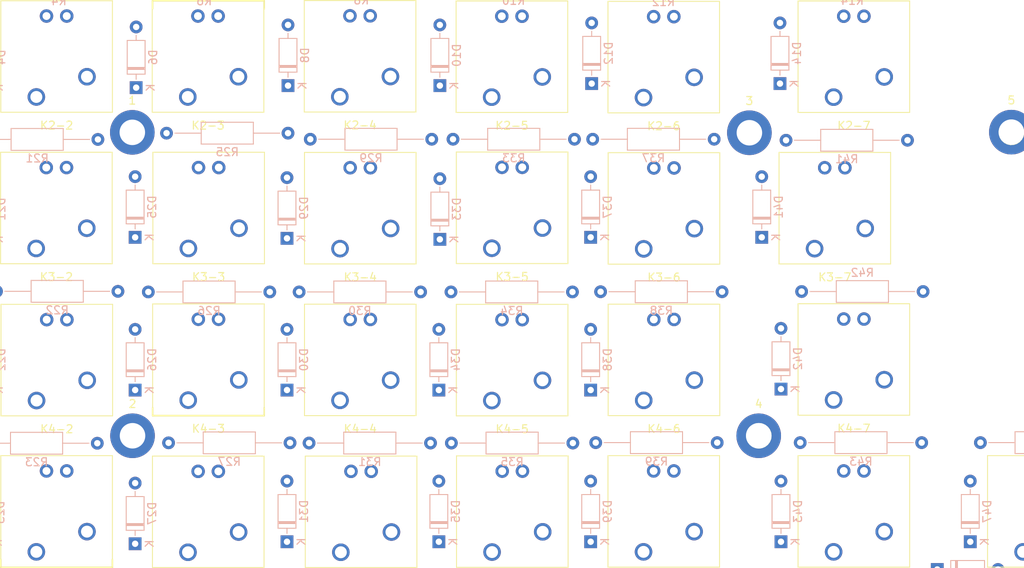
<source format=kicad_pcb>
(kicad_pcb (version 20171130) (host pcbnew 5.1.5+dfsg1-2build2)
  (layers (0 F.Cu signal hide) (31 B.Cu signal hide) (34 B.Paste user hide) (35 F.Paste user hide) (36 B.SilkS user hide) (37 F.SilkS user) (38 B.Mask user hide) (39 F.Mask user hide) (44 Edge.Cuts user hide))
  (net 0 "")
  (net 1 "Net-(K1-1-Pad3)")
  (net 2 "Net-(K1-2-Pad3)")
  (net 3 "Net-(K1-3-Pad3)")
  (net 4 "Net-(K1-4-Pad3)")
  (net 5 "Net-(K1-5-Pad3)")
  (net 6 "Net-(K1-6-Pad3)")
  (net 7 "Net-(K1-7-Pad3)")
  (net 8 "Net-(K1-8-Pad3)")
  (net 9 "Net-(K2-1-Pad3)")
  (net 10 "Net-(K2-2-Pad3)")
  (net 11 "Net-(K2-3-Pad3)")
  (net 12 "Net-(K2-4-Pad3)")
  (net 13 "Net-(K2-5-Pad3)")
  (net 14 "Net-(K2-7-Pad3)")
  (net 15 "Net-(K2-8-Pad3)")
  (net 16 "Net-(K2-6-Pad3)")
  (net 17 "Net-(D1-Pad2)")
  (net 18 ROW1)
  (net 19 "Net-(D2-Pad2)")
  (net 20 ROW2)
  (net 21 "Net-(D3-Pad2)")
  (net 22 "Net-(D4-Pad2)")
  (net 23 "Net-(D5-Pad2)")
  (net 24 "Net-(D6-Pad2)")
  (net 25 "Net-(D7-Pad2)")
  (net 26 "Net-(D8-Pad2)")
  (net 27 "Net-(D9-Pad2)")
  (net 28 "Net-(D10-Pad2)")
  (net 29 "Net-(D11-Pad2)")
  (net 30 "Net-(D12-Pad2)")
  (net 31 "Net-(D13-Pad2)")
  (net 32 "Net-(D14-Pad2)")
  (net 33 "Net-(D15-Pad2)")
  (net 34 "Net-(D16-Pad2)")
  (net 35 LED1-GND)
  (net 36 LED1-PWR)
  (net 37 "Net-(D17-Pad2)")
  (net 38 ROW3)
  (net 39 "Net-(D18-Pad2)")
  (net 40 ROW4)
  (net 41 "Net-(D19-Pad2)")
  (net 42 ROW5)
  (net 43 "Net-(D20-Pad2)")
  (net 44 ROW6)
  (net 45 "Net-(D21-Pad2)")
  (net 46 "Net-(D22-Pad2)")
  (net 47 "Net-(D23-Pad2)")
  (net 48 "Net-(D24-Pad2)")
  (net 49 "Net-(D25-Pad2)")
  (net 50 "Net-(D26-Pad2)")
  (net 51 "Net-(D27-Pad2)")
  (net 52 "Net-(D28-Pad2)")
  (net 53 "Net-(D29-Pad2)")
  (net 54 "Net-(D30-Pad2)")
  (net 55 "Net-(D31-Pad2)")
  (net 56 "Net-(D32-Pad2)")
  (net 57 "Net-(D33-Pad2)")
  (net 58 "Net-(D34-Pad2)")
  (net 59 "Net-(D35-Pad2)")
  (net 60 "Net-(D36-Pad2)")
  (net 61 "Net-(D37-Pad2)")
  (net 62 "Net-(D38-Pad2)")
  (net 63 "Net-(D39-Pad2)")
  (net 64 "Net-(D40-Pad2)")
  (net 65 "Net-(D41-Pad2)")
  (net 66 "Net-(D42-Pad2)")
  (net 67 "Net-(D43-Pad2)")
  (net 68 "Net-(D44-Pad2)")
  (net 69 "Net-(D45-Pad2)")
  (net 70 "Net-(D46-Pad2)")
  (net 71 "Net-(D47-Pad2)")
  (net 72 "Net-(K3-1-Pad3)")
  (net 73 "Net-(K3-2-Pad3)")
  (net 74 "Net-(K3-3-Pad3)")
  (net 75 "Net-(K3-4-Pad3)")
  (net 76 "Net-(K3-5-Pad3)")
  (net 77 "Net-(K3-6-Pad3)")
  (net 78 "Net-(K3-7-Pad3)")
  (net 79 "Net-(K3-8-Pad3)")
  (net 80 "Net-(K4-1-Pad3)")
  (net 81 "Net-(K4-2-Pad3)")
  (net 82 "Net-(K4-3-Pad3)")
  (net 83 "Net-(K4-4-Pad3)")
  (net 84 "Net-(K4-5-Pad3)")
  (net 85 "Net-(K4-6-Pad3)")
  (net 86 "Net-(K4-7-Pad3)")
  (net 87 "Net-(K4-8-Pad3)")
  (net 88 "Net-(K5-1-Pad3)")
  (net 89 "Net-(K5-2-Pad3)")
  (net 90 "Net-(K5-3-Pad3)")
  (net 91 "Net-(K5-4-Pad3)")
  (net 92 "Net-(K5-5-Pad3)")
  (net 93 "Net-(K5-6-Pad3)")
  (net 94 "Net-(K5-7-Pad3)")
  (net 95 "Net-(K5-8-Pad3)")
  (net 96 "Net-(K6-1-Pad3)")
  (net 97 "Net-(K6-2-Pad3)")
  (net 98 "Net-(K6-3-Pad3)")
  (net 99 "Net-(K6-4-Pad3)")
  (net 100 "Net-(K6-5-Pad3)")
  (net 101 "Net-(K6-6-Pad3)")
  (net 102 "Net-(K6-7-Pad3)")
  (net 103 COL1)
  (net 104 COL2)
  (net 105 COL3)
  (net 106 COL4)
  (net 107 COL5)
  (net 108 COL6)
  (net 109 COL7)
  (net 110 COL8)
  (net 111 GND)
  (net 112 "Net-(Q1-Pad1)")
  (net 113 MCU)
  (module MXfoot:CherryMX_1.00u_PCB_LED (layer F.Cu) (at 135.5344 78.4098 180)
    (fp_text reference K2-5 (at 0 -8.6625) (layer F.SilkS))
    (fp_text value CherryMX_LED)
    (pad 4 thru_hole circle (at 1.27 5.08 180) (size 1.6906 1.6906) (drill 0.9906) (layers *.Cu *.Mask) (net 36 LED1-PWR))
    (pad 3 thru_hole circle (at -1.27 5.08 180) (size 1.6906 1.6906) (drill 0.9906) (layers *.Cu *.Mask) (net 13 "Net-(K2-5-Pad3)"))
    (pad 2 thru_hole circle (at 2.54 -5.08 180) (size 2.2 2.2) (drill 1.5) (layers *.Cu *.Mask) (net 28 "Net-(D10-Pad2)"))
    (pad 1 thru_hole circle (at -3.81 -2.54 180) (size 2.2 2.2) (drill 1.5) (layers *.Cu *.Mask) (net 107 COL5))
    (pad "" np_thru_hole circle (at 5.08 0 180) (size 1.75 1.75) (drill 1.75) (layers *.Cu *.Mask))
    (pad "" np_thru_hole circle (at -5.08 0 180) (size 1.75 1.75) (drill 1.75) (layers *.Cu *.Mask))
    (pad "" np_thru_hole circle (at 0 0 180) (size 4 4) (drill 4) (layers *.Cu *.Mask))
  )
  (module MXfoot:CherryMX_1.50u_PCB_LED (layer F.Cu) (at 102.2096 154.559 180)
    (fp_text reference K6-2 (at 0 -8.6625) (layer F.SilkS))
    (fp_text value CherryMX_LED)
    (pad 4 thru_hole circle (at 1.27 5.08 180) (size 1.6906 1.6906) (drill 0.9906) (layers *.Cu *.Mask) (net 36 LED1-PWR))
    (pad 3 thru_hole circle (at -1.27 5.08 180) (size 1.6906 1.6906) (drill 0.9906) (layers *.Cu *.Mask) (net 97 "Net-(K6-2-Pad3)"))
    (pad 2 thru_hole circle (at 2.54 -5.08 180) (size 2.2 2.2) (drill 1.5) (layers *.Cu *.Mask) (net 48 "Net-(D24-Pad2)"))
    (pad 1 thru_hole circle (at -3.81 -2.54 180) (size 2.2 2.2) (drill 1.5) (layers *.Cu *.Mask) (net 104 COL2))
    (pad "" np_thru_hole circle (at 5.08 0 180) (size 1.75 1.75) (drill 1.75) (layers *.Cu *.Mask))
    (pad "" np_thru_hole circle (at -5.08 0 180) (size 1.75 1.75) (drill 1.75) (layers *.Cu *.Mask))
    (pad "" np_thru_hole circle (at 0 0 180) (size 4 4) (drill 4) (layers *.Cu *.Mask))
  )
  (module MXfoot:CherryMX_1.25u_PCB_LED (layer F.Cu) (at 176.0474 97.4344 180)
    (fp_text reference K3-7 (at 0 -8.6625) (layer F.SilkS))
    (fp_text value CherryMX_LED)
    (pad 4 thru_hole circle (at 1.27 5.08 180) (size 1.6906 1.6906) (drill 0.9906) (layers *.Cu *.Mask) (net 36 LED1-PWR))
    (pad 3 thru_hole circle (at -1.27 5.08 180) (size 1.6906 1.6906) (drill 0.9906) (layers *.Cu *.Mask) (net 78 "Net-(K3-7-Pad3)"))
    (pad 2 thru_hole circle (at 2.54 -5.08 180) (size 2.2 2.2) (drill 1.5) (layers *.Cu *.Mask) (net 65 "Net-(D41-Pad2)"))
    (pad 1 thru_hole circle (at -3.81 -2.54 180) (size 2.2 2.2) (drill 1.5) (layers *.Cu *.Mask) (net 109 COL7))
    (pad "" np_thru_hole circle (at 5.08 0 180) (size 1.75 1.75) (drill 1.75) (layers *.Cu *.Mask))
    (pad "" np_thru_hole circle (at -5.08 0 180) (size 1.75 1.75) (drill 1.75) (layers *.Cu *.Mask))
    (pad "" np_thru_hole circle (at 0 0 180) (size 4 4) (drill 4) (layers *.Cu *.Mask))
  )
  (module MXfoot:CherryMX_1.00u_PCB_LED (layer F.Cu) (at 116.5098 116.4844 180)
    (fp_text reference K4-4 (at 0 -8.6625) (layer F.SilkS))
    (fp_text value CherryMX_LED)
    (pad 4 thru_hole circle (at 1.27 5.08 180) (size 1.6906 1.6906) (drill 0.9906) (layers *.Cu *.Mask) (net 36 LED1-PWR))
    (pad 3 thru_hole circle (at -1.27 5.08 180) (size 1.6906 1.6906) (drill 0.9906) (layers *.Cu *.Mask) (net 83 "Net-(K4-4-Pad3)"))
    (pad 2 thru_hole circle (at 2.54 -5.08 180) (size 2.2 2.2) (drill 1.5) (layers *.Cu *.Mask) (net 54 "Net-(D30-Pad2)"))
    (pad 1 thru_hole circle (at -3.81 -2.54 180) (size 2.2 2.2) (drill 1.5) (layers *.Cu *.Mask) (net 106 COL4))
    (pad "" np_thru_hole circle (at 5.08 0 180) (size 1.75 1.75) (drill 1.75) (layers *.Cu *.Mask))
    (pad "" np_thru_hole circle (at -5.08 0 180) (size 1.75 1.75) (drill 1.75) (layers *.Cu *.Mask))
    (pad "" np_thru_hole circle (at 0 0 180) (size 4 4) (drill 4) (layers *.Cu *.Mask))
  )
  (module MXfoot:CherryMX_1.00u_PCB_LED (layer F.Cu) (at 97.4344 135.5598 180)
    (fp_text reference K5-3 (at 0 -8.6625) (layer F.SilkS))
    (fp_text value CherryMX_LED)
    (pad 4 thru_hole circle (at 1.27 5.08 180) (size 1.6906 1.6906) (drill 0.9906) (layers *.Cu *.Mask) (net 36 LED1-PWR))
    (pad 3 thru_hole circle (at -1.27 5.08 180) (size 1.6906 1.6906) (drill 0.9906) (layers *.Cu *.Mask) (net 90 "Net-(K5-3-Pad3)"))
    (pad 2 thru_hole circle (at 2.54 -5.08 180) (size 2.2 2.2) (drill 1.5) (layers *.Cu *.Mask) (net 51 "Net-(D27-Pad2)"))
    (pad 1 thru_hole circle (at -3.81 -2.54 180) (size 2.2 2.2) (drill 1.5) (layers *.Cu *.Mask) (net 105 COL3))
    (pad "" np_thru_hole circle (at 5.08 0 180) (size 1.75 1.75) (drill 1.75) (layers *.Cu *.Mask))
    (pad "" np_thru_hole circle (at -5.08 0 180) (size 1.75 1.75) (drill 1.75) (layers *.Cu *.Mask))
    (pad "" np_thru_hole circle (at 0 0 180) (size 4 4) (drill 4) (layers *.Cu *.Mask))
  )
  (module MXfoot:CherryMX_1.00u_PCB_LED (layer F.Cu) (at 135.5598 97.3836 180)
    (fp_text reference K3-5 (at 0 -8.6625) (layer F.SilkS))
    (fp_text value CherryMX_LED)
    (pad 4 thru_hole circle (at 1.27 5.08 180) (size 1.6906 1.6906) (drill 0.9906) (layers *.Cu *.Mask) (net 36 LED1-PWR))
    (pad 3 thru_hole circle (at -1.27 5.08 180) (size 1.6906 1.6906) (drill 0.9906) (layers *.Cu *.Mask) (net 76 "Net-(K3-5-Pad3)"))
    (pad 2 thru_hole circle (at 2.54 -5.08 180) (size 2.2 2.2) (drill 1.5) (layers *.Cu *.Mask) (net 57 "Net-(D33-Pad2)"))
    (pad 1 thru_hole circle (at -3.81 -2.54 180) (size 2.2 2.2) (drill 1.5) (layers *.Cu *.Mask) (net 107 COL5))
    (pad "" np_thru_hole circle (at 5.08 0 180) (size 1.75 1.75) (drill 1.75) (layers *.Cu *.Mask))
    (pad "" np_thru_hole circle (at -5.08 0 180) (size 1.75 1.75) (drill 1.75) (layers *.Cu *.Mask))
    (pad "" np_thru_hole circle (at 0 0 180) (size 4 4) (drill 4) (layers *.Cu *.Mask))
  )
  (module MXfoot:CherryMX_1.00u_PCB_LED (layer F.Cu) (at 135.5852 135.5344 180)
    (fp_text reference K5-5 (at 0 -8.6625) (layer F.SilkS))
    (fp_text value CherryMX_LED)
    (pad 4 thru_hole circle (at 1.27 5.08 180) (size 1.6906 1.6906) (drill 0.9906) (layers *.Cu *.Mask) (net 36 LED1-PWR))
    (pad 3 thru_hole circle (at -1.27 5.08 180) (size 1.6906 1.6906) (drill 0.9906) (layers *.Cu *.Mask) (net 92 "Net-(K5-5-Pad3)"))
    (pad 2 thru_hole circle (at 2.54 -5.08 180) (size 2.2 2.2) (drill 1.5) (layers *.Cu *.Mask) (net 59 "Net-(D35-Pad2)"))
    (pad 1 thru_hole circle (at -3.81 -2.54 180) (size 2.2 2.2) (drill 1.5) (layers *.Cu *.Mask) (net 107 COL5))
    (pad "" np_thru_hole circle (at 5.08 0 180) (size 1.75 1.75) (drill 1.75) (layers *.Cu *.Mask))
    (pad "" np_thru_hole circle (at -5.08 0 180) (size 1.75 1.75) (drill 1.75) (layers *.Cu *.Mask))
    (pad "" np_thru_hole circle (at 0 0 180) (size 4 4) (drill 4) (layers *.Cu *.Mask))
  )
  (module MXfoot:CherryMX_1.00u_PCB_LED (layer F.Cu) (at 211.7344 116.4844 180)
    (fp_text reference K3-8 (at 0 -8.6625) (layer F.SilkS))
    (fp_text value CherryMX_LED)
    (pad 4 thru_hole circle (at 1.27 5.08 180) (size 1.6906 1.6906) (drill 0.9906) (layers *.Cu *.Mask) (net 36 LED1-PWR))
    (pad 3 thru_hole circle (at -1.27 5.08 180) (size 1.6906 1.6906) (drill 0.9906) (layers *.Cu *.Mask) (net 79 "Net-(K3-8-Pad3)"))
    (pad 2 thru_hole circle (at 2.54 -5.08 180) (size 2.2 2.2) (drill 1.5) (layers *.Cu *.Mask) (net 69 "Net-(D45-Pad2)"))
    (pad 1 thru_hole circle (at -3.81 -2.54 180) (size 2.2 2.2) (drill 1.5) (layers *.Cu *.Mask) (net 110 COL8))
    (pad "" np_thru_hole circle (at 5.08 0 180) (size 1.75 1.75) (drill 1.75) (layers *.Cu *.Mask))
    (pad "" np_thru_hole circle (at -5.08 0 180) (size 1.75 1.75) (drill 1.75) (layers *.Cu *.Mask))
    (pad "" np_thru_hole circle (at 0 0 180) (size 4 4) (drill 4) (layers *.Cu *.Mask))
  )
  (module MXfoot:CherryMX_1.00u_PCB_LED (layer F.Cu) (at 59.3598 135.509 180)
    (fp_text reference K5-1 (at 0 -8.6625) (layer F.SilkS))
    (fp_text value CherryMX_LED)
    (pad 4 thru_hole circle (at 1.27 5.08 180) (size 1.6906 1.6906) (drill 0.9906) (layers *.Cu *.Mask) (net 36 LED1-PWR))
    (pad 3 thru_hole circle (at -1.27 5.08 180) (size 1.6906 1.6906) (drill 0.9906) (layers *.Cu *.Mask) (net 88 "Net-(K5-1-Pad3)"))
    (pad 2 thru_hole circle (at 2.54 -5.08 180) (size 2.2 2.2) (drill 1.5) (layers *.Cu *.Mask) (net 41 "Net-(D19-Pad2)"))
    (pad 1 thru_hole circle (at -3.81 -2.54 180) (size 2.2 2.2) (drill 1.5) (layers *.Cu *.Mask) (net 103 COL1))
    (pad "" np_thru_hole circle (at 5.08 0 180) (size 1.75 1.75) (drill 1.75) (layers *.Cu *.Mask))
    (pad "" np_thru_hole circle (at -5.08 0 180) (size 1.75 1.75) (drill 1.75) (layers *.Cu *.Mask))
    (pad "" np_thru_hole circle (at 0 0 180) (size 4 4) (drill 4) (layers *.Cu *.Mask))
  )
  (module MXfoot:CherryMX_1.00u_PCB_LED (layer F.Cu) (at 183.1848 154.5844 180)
    (fp_text reference K6-5 (at 0 -8.6625) (layer F.SilkS))
    (fp_text value CherryMX_LED)
    (pad 4 thru_hole circle (at 1.27 5.08 180) (size 1.6906 1.6906) (drill 0.9906) (layers *.Cu *.Mask) (net 36 LED1-PWR))
    (pad 3 thru_hole circle (at -1.27 5.08 180) (size 1.6906 1.6906) (drill 0.9906) (layers *.Cu *.Mask) (net 100 "Net-(K6-5-Pad3)"))
    (pad 2 thru_hole circle (at 2.54 -5.08 180) (size 2.2 2.2) (drill 1.5) (layers *.Cu *.Mask) (net 60 "Net-(D36-Pad2)"))
    (pad 1 thru_hole circle (at -3.81 -2.54 180) (size 2.2 2.2) (drill 1.5) (layers *.Cu *.Mask) (net 107 COL5))
    (pad "" np_thru_hole circle (at 5.08 0 180) (size 1.75 1.75) (drill 1.75) (layers *.Cu *.Mask))
    (pad "" np_thru_hole circle (at -5.08 0 180) (size 1.75 1.75) (drill 1.75) (layers *.Cu *.Mask))
    (pad "" np_thru_hole circle (at 0 0 180) (size 4 4) (drill 4) (layers *.Cu *.Mask))
  )
  (module MXfoot:CherryMX_1.50u_PCB_LED (layer F.Cu) (at 178.435 116.4336 180)
    (fp_text reference K4-7 (at 0 -8.6625) (layer F.SilkS))
    (fp_text value CherryMX_LED)
    (pad 4 thru_hole circle (at 1.27 5.08 180) (size 1.6906 1.6906) (drill 0.9906) (layers *.Cu *.Mask) (net 36 LED1-PWR))
    (pad 3 thru_hole circle (at -1.27 5.08 180) (size 1.6906 1.6906) (drill 0.9906) (layers *.Cu *.Mask) (net 86 "Net-(K4-7-Pad3)"))
    (pad 2 thru_hole circle (at 2.54 -5.08 180) (size 2.2 2.2) (drill 1.5) (layers *.Cu *.Mask) (net 66 "Net-(D42-Pad2)"))
    (pad 1 thru_hole circle (at -3.81 -2.54 180) (size 2.2 2.2) (drill 1.5) (layers *.Cu *.Mask) (net 109 COL7))
    (pad "" np_thru_hole circle (at 5.08 0 180) (size 1.75 1.75) (drill 1.75) (layers *.Cu *.Mask))
    (pad "" np_thru_hole circle (at -5.08 0 180) (size 1.75 1.75) (drill 1.75) (layers *.Cu *.Mask))
    (pad "" np_thru_hole circle (at 0 0 180) (size 4 4) (drill 4) (layers *.Cu *.Mask))
  )
  (module MXfoot:CherryMX_1.50u_PCB_LED (layer F.Cu) (at 130.7846 154.5844 180)
    (fp_text reference K6-3 (at 0 -8.6625) (layer F.SilkS))
    (fp_text value CherryMX_LED)
    (pad 4 thru_hole circle (at 1.27 5.08 180) (size 1.6906 1.6906) (drill 0.9906) (layers *.Cu *.Mask) (net 36 LED1-PWR))
    (pad 3 thru_hole circle (at -1.27 5.08 180) (size 1.6906 1.6906) (drill 0.9906) (layers *.Cu *.Mask) (net 98 "Net-(K6-3-Pad3)"))
    (pad 2 thru_hole circle (at 2.54 -5.08 180) (size 2.2 2.2) (drill 1.5) (layers *.Cu *.Mask) (net 52 "Net-(D28-Pad2)"))
    (pad 1 thru_hole circle (at -3.81 -2.54 180) (size 2.2 2.2) (drill 1.5) (layers *.Cu *.Mask) (net 105 COL3))
    (pad "" np_thru_hole circle (at 5.08 0 180) (size 1.75 1.75) (drill 1.75) (layers *.Cu *.Mask))
    (pad "" np_thru_hole circle (at -5.08 0 180) (size 1.75 1.75) (drill 1.75) (layers *.Cu *.Mask))
    (pad "" np_thru_hole circle (at 0 0 180) (size 4 4) (drill 4) (layers *.Cu *.Mask))
  )
  (module MXfoot:CherryMX_1.00u_PCB_LED (layer F.Cu) (at 154.5844 135.509 180)
    (fp_text reference K5-6 (at 0 -8.6625) (layer F.SilkS))
    (fp_text value CherryMX_LED)
    (pad 4 thru_hole circle (at 1.27 5.08 180) (size 1.6906 1.6906) (drill 0.9906) (layers *.Cu *.Mask) (net 36 LED1-PWR))
    (pad 3 thru_hole circle (at -1.27 5.08 180) (size 1.6906 1.6906) (drill 0.9906) (layers *.Cu *.Mask) (net 93 "Net-(K5-6-Pad3)"))
    (pad 2 thru_hole circle (at 2.54 -5.08 180) (size 2.2 2.2) (drill 1.5) (layers *.Cu *.Mask) (net 63 "Net-(D39-Pad2)"))
    (pad 1 thru_hole circle (at -3.81 -2.54 180) (size 2.2 2.2) (drill 1.5) (layers *.Cu *.Mask) (net 108 COL6))
    (pad "" np_thru_hole circle (at 5.08 0 180) (size 1.75 1.75) (drill 1.75) (layers *.Cu *.Mask))
    (pad "" np_thru_hole circle (at -5.08 0 180) (size 1.75 1.75) (drill 1.75) (layers *.Cu *.Mask))
    (pad "" np_thru_hole circle (at 0 0 180) (size 4 4) (drill 4) (layers *.Cu *.Mask))
  )
  (module MXfoot:CherryMX_1.50u_PCB_LED (layer F.Cu) (at 159.3596 154.5844 180)
    (fp_text reference K6-4 (at 0 -8.6625) (layer F.SilkS))
    (fp_text value CherryMX_LED)
    (pad 4 thru_hole circle (at 1.27 5.08 180) (size 1.6906 1.6906) (drill 0.9906) (layers *.Cu *.Mask) (net 36 LED1-PWR))
    (pad 3 thru_hole circle (at -1.27 5.08 180) (size 1.6906 1.6906) (drill 0.9906) (layers *.Cu *.Mask) (net 99 "Net-(K6-4-Pad3)"))
    (pad 2 thru_hole circle (at 2.54 -5.08 180) (size 2.2 2.2) (drill 1.5) (layers *.Cu *.Mask) (net 56 "Net-(D32-Pad2)"))
    (pad 1 thru_hole circle (at -3.81 -2.54 180) (size 2.2 2.2) (drill 1.5) (layers *.Cu *.Mask) (net 106 COL4))
    (pad "" np_thru_hole circle (at 5.08 0 180) (size 1.75 1.75) (drill 1.75) (layers *.Cu *.Mask))
    (pad "" np_thru_hole circle (at -5.08 0 180) (size 1.75 1.75) (drill 1.75) (layers *.Cu *.Mask))
    (pad "" np_thru_hole circle (at 0 0 180) (size 4 4) (drill 4) (layers *.Cu *.Mask))
  )
  (module MXfoot:CherryMX_1.00u_PCB_LED (layer F.Cu) (at 154.5844 78.4606 180)
    (fp_text reference K2-6 (at 0 -8.6625) (layer F.SilkS))
    (fp_text value CherryMX_LED)
    (pad 4 thru_hole circle (at 1.27 5.08 180) (size 1.6906 1.6906) (drill 0.9906) (layers *.Cu *.Mask) (net 36 LED1-PWR))
    (pad 3 thru_hole circle (at -1.27 5.08 180) (size 1.6906 1.6906) (drill 0.9906) (layers *.Cu *.Mask) (net 16 "Net-(K2-6-Pad3)"))
    (pad 2 thru_hole circle (at 2.54 -5.08 180) (size 2.2 2.2) (drill 1.5) (layers *.Cu *.Mask) (net 30 "Net-(D12-Pad2)"))
    (pad 1 thru_hole circle (at -3.81 -2.54 180) (size 2.2 2.2) (drill 1.5) (layers *.Cu *.Mask) (net 108 COL6))
    (pad "" np_thru_hole circle (at 5.08 0 180) (size 1.75 1.75) (drill 1.75) (layers *.Cu *.Mask))
    (pad "" np_thru_hole circle (at -5.08 0 180) (size 1.75 1.75) (drill 1.75) (layers *.Cu *.Mask))
    (pad "" np_thru_hole circle (at 0 0 180) (size 4 4) (drill 4) (layers *.Cu *.Mask))
  )
  (module MXfoot:CherryMX_1.00u_PCB_LED (layer F.Cu) (at 154.6098 97.4598 180)
    (fp_text reference K3-6 (at 0 -8.6625) (layer F.SilkS))
    (fp_text value CherryMX_LED)
    (pad 4 thru_hole circle (at 1.27 5.08 180) (size 1.6906 1.6906) (drill 0.9906) (layers *.Cu *.Mask) (net 36 LED1-PWR))
    (pad 3 thru_hole circle (at -1.27 5.08 180) (size 1.6906 1.6906) (drill 0.9906) (layers *.Cu *.Mask) (net 77 "Net-(K3-6-Pad3)"))
    (pad 2 thru_hole circle (at 2.54 -5.08 180) (size 2.2 2.2) (drill 1.5) (layers *.Cu *.Mask) (net 61 "Net-(D37-Pad2)"))
    (pad 1 thru_hole circle (at -3.81 -2.54 180) (size 2.2 2.2) (drill 1.5) (layers *.Cu *.Mask) (net 108 COL6))
    (pad "" np_thru_hole circle (at 5.08 0 180) (size 1.75 1.75) (drill 1.75) (layers *.Cu *.Mask))
    (pad "" np_thru_hole circle (at -5.08 0 180) (size 1.75 1.75) (drill 1.75) (layers *.Cu *.Mask))
    (pad "" np_thru_hole circle (at 0 0 180) (size 4 4) (drill 4) (layers *.Cu *.Mask))
  )
  (module MXfoot:CherryMX_1.00u_PCB_LED (layer F.Cu) (at 154.6098 116.4844 180)
    (fp_text reference K4-6 (at 0 -8.6625) (layer F.SilkS))
    (fp_text value CherryMX_LED)
    (pad 4 thru_hole circle (at 1.27 5.08 180) (size 1.6906 1.6906) (drill 0.9906) (layers *.Cu *.Mask) (net 36 LED1-PWR))
    (pad 3 thru_hole circle (at -1.27 5.08 180) (size 1.6906 1.6906) (drill 0.9906) (layers *.Cu *.Mask) (net 85 "Net-(K4-6-Pad3)"))
    (pad 2 thru_hole circle (at 2.54 -5.08 180) (size 2.2 2.2) (drill 1.5) (layers *.Cu *.Mask) (net 62 "Net-(D38-Pad2)"))
    (pad 1 thru_hole circle (at -3.81 -2.54 180) (size 2.2 2.2) (drill 1.5) (layers *.Cu *.Mask) (net 108 COL6))
    (pad "" np_thru_hole circle (at 5.08 0 180) (size 1.75 1.75) (drill 1.75) (layers *.Cu *.Mask))
    (pad "" np_thru_hole circle (at -5.08 0 180) (size 1.75 1.75) (drill 1.75) (layers *.Cu *.Mask))
    (pad "" np_thru_hole circle (at 0 0 180) (size 4 4) (drill 4) (layers *.Cu *.Mask))
  )
  (module MXfoot:CherryMX_1.00u_PCB_LED (layer F.Cu) (at 202.2348 154.559 180)
    (fp_text reference K6-6 (at 0 -8.6625) (layer F.SilkS))
    (fp_text value CherryMX_LED)
    (pad 4 thru_hole circle (at 1.27 5.08 180) (size 1.6906 1.6906) (drill 0.9906) (layers *.Cu *.Mask) (net 36 LED1-PWR))
    (pad 3 thru_hole circle (at -1.27 5.08 180) (size 1.6906 1.6906) (drill 0.9906) (layers *.Cu *.Mask) (net 101 "Net-(K6-6-Pad3)"))
    (pad 2 thru_hole circle (at 2.54 -5.08 180) (size 2.2 2.2) (drill 1.5) (layers *.Cu *.Mask) (net 64 "Net-(D40-Pad2)"))
    (pad 1 thru_hole circle (at -3.81 -2.54 180) (size 2.2 2.2) (drill 1.5) (layers *.Cu *.Mask) (net 108 COL6))
    (pad "" np_thru_hole circle (at 5.08 0 180) (size 1.75 1.75) (drill 1.75) (layers *.Cu *.Mask))
    (pad "" np_thru_hole circle (at -5.08 0 180) (size 1.75 1.75) (drill 1.75) (layers *.Cu *.Mask))
    (pad "" np_thru_hole circle (at 0 0 180) (size 4 4) (drill 4) (layers *.Cu *.Mask))
  )
  (module MXfoot:CherryMX_1.00u_PCB_LED (layer F.Cu) (at 202.2094 135.509 180)
    (fp_text reference K5-8 (at 0 -8.6625) (layer F.SilkS))
    (fp_text value CherryMX_LED)
    (pad 4 thru_hole circle (at 1.27 5.08 180) (size 1.6906 1.6906) (drill 0.9906) (layers *.Cu *.Mask) (net 36 LED1-PWR))
    (pad 3 thru_hole circle (at -1.27 5.08 180) (size 1.6906 1.6906) (drill 0.9906) (layers *.Cu *.Mask) (net 95 "Net-(K5-8-Pad3)"))
    (pad 2 thru_hole circle (at 2.54 -5.08 180) (size 2.2 2.2) (drill 1.5) (layers *.Cu *.Mask) (net 71 "Net-(D47-Pad2)"))
    (pad 1 thru_hole circle (at -3.81 -2.54 180) (size 2.2 2.2) (drill 1.5) (layers *.Cu *.Mask) (net 110 COL8))
    (pad "" np_thru_hole circle (at 5.08 0 180) (size 1.75 1.75) (drill 1.75) (layers *.Cu *.Mask))
    (pad "" np_thru_hole circle (at -5.08 0 180) (size 1.75 1.75) (drill 1.75) (layers *.Cu *.Mask))
    (pad "" np_thru_hole circle (at 0 0 180) (size 4 4) (drill 4) (layers *.Cu *.Mask))
  )
  (module MXfoot:CherryMX_1.00u_PCB_LED (layer F.Cu) (at 97.4598 116.459 180)
    (fp_text reference K4-3 (at 0 -8.6625) (layer F.SilkS))
    (fp_text value CherryMX_LED)
    (pad 4 thru_hole circle (at 1.27 5.08 180) (size 1.6906 1.6906) (drill 0.9906) (layers *.Cu *.Mask) (net 36 LED1-PWR))
    (pad 3 thru_hole circle (at -1.27 5.08 180) (size 1.6906 1.6906) (drill 0.9906) (layers *.Cu *.Mask) (net 82 "Net-(K4-3-Pad3)"))
    (pad 2 thru_hole circle (at 2.54 -5.08 180) (size 2.2 2.2) (drill 1.5) (layers *.Cu *.Mask) (net 50 "Net-(D26-Pad2)"))
    (pad 1 thru_hole circle (at -3.81 -2.54 180) (size 2.2 2.2) (drill 1.5) (layers *.Cu *.Mask) (net 105 COL3))
    (pad "" np_thru_hole circle (at 5.08 0 180) (size 1.75 1.75) (drill 1.75) (layers *.Cu *.Mask))
    (pad "" np_thru_hole circle (at -5.08 0 180) (size 1.75 1.75) (drill 1.75) (layers *.Cu *.Mask))
    (pad "" np_thru_hole circle (at 0 0 180) (size 4 4) (drill 4) (layers *.Cu *.Mask))
  )
  (module MXfoot:CherryMX_1.00u_PCB_LED (layer F.Cu) (at 78.3844 97.409 180)
    (fp_text reference K3-2 (at 0 -8.6625) (layer F.SilkS))
    (fp_text value CherryMX_LED)
    (pad 4 thru_hole circle (at 1.27 5.08 180) (size 1.6906 1.6906) (drill 0.9906) (layers *.Cu *.Mask) (net 36 LED1-PWR))
    (pad 3 thru_hole circle (at -1.27 5.08 180) (size 1.6906 1.6906) (drill 0.9906) (layers *.Cu *.Mask) (net 73 "Net-(K3-2-Pad3)"))
    (pad 2 thru_hole circle (at 2.54 -5.08 180) (size 2.2 2.2) (drill 1.5) (layers *.Cu *.Mask) (net 45 "Net-(D21-Pad2)"))
    (pad 1 thru_hole circle (at -3.81 -2.54 180) (size 2.2 2.2) (drill 1.5) (layers *.Cu *.Mask) (net 104 COL2))
    (pad "" np_thru_hole circle (at 5.08 0 180) (size 1.75 1.75) (drill 1.75) (layers *.Cu *.Mask))
    (pad "" np_thru_hole circle (at -5.08 0 180) (size 1.75 1.75) (drill 1.75) (layers *.Cu *.Mask))
    (pad "" np_thru_hole circle (at 0 0 180) (size 4 4) (drill 4) (layers *.Cu *.Mask))
  )
  (module MXfoot:CherryMX_1.00u_PCB_LED (layer F.Cu) (at 116.5098 97.4344 180)
    (fp_text reference K3-4 (at 0 -8.6625) (layer F.SilkS))
    (fp_text value CherryMX_LED)
    (pad 4 thru_hole circle (at 1.27 5.08 180) (size 1.6906 1.6906) (drill 0.9906) (layers *.Cu *.Mask) (net 36 LED1-PWR))
    (pad 3 thru_hole circle (at -1.27 5.08 180) (size 1.6906 1.6906) (drill 0.9906) (layers *.Cu *.Mask) (net 75 "Net-(K3-4-Pad3)"))
    (pad 2 thru_hole circle (at 2.54 -5.08 180) (size 2.2 2.2) (drill 1.5) (layers *.Cu *.Mask) (net 53 "Net-(D29-Pad2)"))
    (pad 1 thru_hole circle (at -3.81 -2.54 180) (size 2.2 2.2) (drill 1.5) (layers *.Cu *.Mask) (net 106 COL4))
    (pad "" np_thru_hole circle (at 5.08 0 180) (size 1.75 1.75) (drill 1.75) (layers *.Cu *.Mask))
    (pad "" np_thru_hole circle (at -5.08 0 180) (size 1.75 1.75) (drill 1.75) (layers *.Cu *.Mask))
    (pad "" np_thru_hole circle (at 0 0 180) (size 4 4) (drill 4) (layers *.Cu *.Mask))
  )
  (module MXfoot:CherryMX_1.00u_PCB_LED (layer F.Cu) (at 97.4852 97.409 180)
    (fp_text reference K3-3 (at 0 -8.6625) (layer F.SilkS))
    (fp_text value CherryMX_LED)
    (pad 4 thru_hole circle (at 1.27 5.08 180) (size 1.6906 1.6906) (drill 0.9906) (layers *.Cu *.Mask) (net 36 LED1-PWR))
    (pad 3 thru_hole circle (at -1.27 5.08 180) (size 1.6906 1.6906) (drill 0.9906) (layers *.Cu *.Mask) (net 74 "Net-(K3-3-Pad3)"))
    (pad 2 thru_hole circle (at 2.54 -5.08 180) (size 2.2 2.2) (drill 1.5) (layers *.Cu *.Mask) (net 49 "Net-(D25-Pad2)"))
    (pad 1 thru_hole circle (at -3.81 -2.54 180) (size 2.2 2.2) (drill 1.5) (layers *.Cu *.Mask) (net 105 COL3))
    (pad "" np_thru_hole circle (at 5.08 0 180) (size 1.75 1.75) (drill 1.75) (layers *.Cu *.Mask))
    (pad "" np_thru_hole circle (at -5.08 0 180) (size 1.75 1.75) (drill 1.75) (layers *.Cu *.Mask))
    (pad "" np_thru_hole circle (at 0 0 180) (size 4 4) (drill 4) (layers *.Cu *.Mask))
  )
  (module MXfoot:CherryMX_1.50u_PCB_LED (layer F.Cu) (at 178.435 78.4098 180)
    (fp_text reference K2-7 (at 0 -8.6625) (layer F.SilkS))
    (fp_text value CherryMX_LED)
    (pad 4 thru_hole circle (at 1.27 5.08 180) (size 1.6906 1.6906) (drill 0.9906) (layers *.Cu *.Mask) (net 36 LED1-PWR))
    (pad 3 thru_hole circle (at -1.27 5.08 180) (size 1.6906 1.6906) (drill 0.9906) (layers *.Cu *.Mask) (net 14 "Net-(K2-7-Pad3)"))
    (pad 2 thru_hole circle (at 2.54 -5.08 180) (size 2.2 2.2) (drill 1.5) (layers *.Cu *.Mask) (net 32 "Net-(D14-Pad2)"))
    (pad 1 thru_hole circle (at -3.81 -2.54 180) (size 2.2 2.2) (drill 1.5) (layers *.Cu *.Mask) (net 109 COL7))
    (pad "" np_thru_hole circle (at 5.08 0 180) (size 1.75 1.75) (drill 1.75) (layers *.Cu *.Mask))
    (pad "" np_thru_hole circle (at -5.08 0 180) (size 1.75 1.75) (drill 1.75) (layers *.Cu *.Mask))
    (pad "" np_thru_hole circle (at 0 0 180) (size 4 4) (drill 4) (layers *.Cu *.Mask))
  )
  (module MXfoot:CherryMX_1.00u_PCB_LED (layer F.Cu) (at 97.409 78.3844 180)
    (fp_text reference K2-3 (at 0 -8.6625) (layer F.SilkS))
    (fp_text value CherryMX_LED)
    (pad 4 thru_hole circle (at 1.27 5.08 180) (size 1.6906 1.6906) (drill 0.9906) (layers *.Cu *.Mask) (net 36 LED1-PWR))
    (pad 3 thru_hole circle (at -1.27 5.08 180) (size 1.6906 1.6906) (drill 0.9906) (layers *.Cu *.Mask) (net 11 "Net-(K2-3-Pad3)"))
    (pad 2 thru_hole circle (at 2.54 -5.08 180) (size 2.2 2.2) (drill 1.5) (layers *.Cu *.Mask) (net 24 "Net-(D6-Pad2)"))
    (pad 1 thru_hole circle (at -3.81 -2.54 180) (size 2.2 2.2) (drill 1.5) (layers *.Cu *.Mask) (net 105 COL3))
    (pad "" np_thru_hole circle (at 5.08 0 180) (size 1.75 1.75) (drill 1.75) (layers *.Cu *.Mask))
    (pad "" np_thru_hole circle (at -5.08 0 180) (size 1.75 1.75) (drill 1.75) (layers *.Cu *.Mask))
    (pad "" np_thru_hole circle (at 0 0 180) (size 4 4) (drill 4) (layers *.Cu *.Mask))
  )
  (module MXfoot:CherryMX_1.00u_PCB_LED (layer F.Cu) (at 116.6114 135.5598 180)
    (fp_text reference K5-4 (at 0 -8.6625) (layer F.SilkS))
    (fp_text value CherryMX_LED)
    (pad 4 thru_hole circle (at 1.27 5.08 180) (size 1.6906 1.6906) (drill 0.9906) (layers *.Cu *.Mask) (net 36 LED1-PWR))
    (pad 3 thru_hole circle (at -1.27 5.08 180) (size 1.6906 1.6906) (drill 0.9906) (layers *.Cu *.Mask) (net 91 "Net-(K5-4-Pad3)"))
    (pad 2 thru_hole circle (at 2.54 -5.08 180) (size 2.2 2.2) (drill 1.5) (layers *.Cu *.Mask) (net 55 "Net-(D31-Pad2)"))
    (pad 1 thru_hole circle (at -3.81 -2.54 180) (size 2.2 2.2) (drill 1.5) (layers *.Cu *.Mask) (net 106 COL4))
    (pad "" np_thru_hole circle (at 5.08 0 180) (size 1.75 1.75) (drill 1.75) (layers *.Cu *.Mask))
    (pad "" np_thru_hole circle (at -5.08 0 180) (size 1.75 1.75) (drill 1.75) (layers *.Cu *.Mask))
    (pad "" np_thru_hole circle (at 0 0 180) (size 4 4) (drill 4) (layers *.Cu *.Mask))
  )
  (module MXfoot:CherryMX_1.00u_PCB_LED (layer F.Cu) (at 221.2594 154.5844 180)
    (fp_text reference K6-7 (at 0 -8.6625) (layer F.SilkS))
    (fp_text value CherryMX_LED)
    (pad 4 thru_hole circle (at 1.27 5.08 180) (size 1.6906 1.6906) (drill 0.9906) (layers *.Cu *.Mask) (net 36 LED1-PWR))
    (pad 3 thru_hole circle (at -1.27 5.08 180) (size 1.6906 1.6906) (drill 0.9906) (layers *.Cu *.Mask) (net 102 "Net-(K6-7-Pad3)"))
    (pad 2 thru_hole circle (at 2.54 -5.08 180) (size 2.2 2.2) (drill 1.5) (layers *.Cu *.Mask) (net 68 "Net-(D44-Pad2)"))
    (pad 1 thru_hole circle (at -3.81 -2.54 180) (size 2.2 2.2) (drill 1.5) (layers *.Cu *.Mask) (net 109 COL7))
    (pad "" np_thru_hole circle (at 5.08 0 180) (size 1.75 1.75) (drill 1.75) (layers *.Cu *.Mask))
    (pad "" np_thru_hole circle (at -5.08 0 180) (size 1.75 1.75) (drill 1.75) (layers *.Cu *.Mask))
    (pad "" np_thru_hole circle (at 0 0 180) (size 4 4) (drill 4) (layers *.Cu *.Mask))
  )
  (module MXfoot:CherryMX_1.00u_PCB_LED (layer F.Cu) (at 78.4098 78.3844 180)
    (fp_text reference K2-2 (at 0 -8.6625) (layer F.SilkS))
    (fp_text value CherryMX_LED)
    (pad 4 thru_hole circle (at 1.27 5.08 180) (size 1.6906 1.6906) (drill 0.9906) (layers *.Cu *.Mask) (net 36 LED1-PWR))
    (pad 3 thru_hole circle (at -1.27 5.08 180) (size 1.6906 1.6906) (drill 0.9906) (layers *.Cu *.Mask) (net 10 "Net-(K2-2-Pad3)"))
    (pad 2 thru_hole circle (at 2.54 -5.08 180) (size 2.2 2.2) (drill 1.5) (layers *.Cu *.Mask) (net 22 "Net-(D4-Pad2)"))
    (pad 1 thru_hole circle (at -3.81 -2.54 180) (size 2.2 2.2) (drill 1.5) (layers *.Cu *.Mask) (net 104 COL2))
    (pad "" np_thru_hole circle (at 5.08 0 180) (size 1.75 1.75) (drill 1.75) (layers *.Cu *.Mask))
    (pad "" np_thru_hole circle (at -5.08 0 180) (size 1.75 1.75) (drill 1.75) (layers *.Cu *.Mask))
    (pad "" np_thru_hole circle (at 0 0 180) (size 4 4) (drill 4) (layers *.Cu *.Mask))
  )
  (module MXfoot:CherryMX_1.00u_PCB_LED (layer F.Cu) (at 59.3852 78.3844 180)
    (fp_text reference K2-1 (at 0 -8.6625) (layer F.SilkS))
    (fp_text value CherryMX_LED)
    (pad 4 thru_hole circle (at 1.27 5.08 180) (size 1.6906 1.6906) (drill 0.9906) (layers *.Cu *.Mask) (net 36 LED1-PWR))
    (pad 3 thru_hole circle (at -1.27 5.08 180) (size 1.6906 1.6906) (drill 0.9906) (layers *.Cu *.Mask) (net 9 "Net-(K2-1-Pad3)"))
    (pad 2 thru_hole circle (at 2.54 -5.08 180) (size 2.2 2.2) (drill 1.5) (layers *.Cu *.Mask) (net 19 "Net-(D2-Pad2)"))
    (pad 1 thru_hole circle (at -3.81 -2.54 180) (size 2.2 2.2) (drill 1.5) (layers *.Cu *.Mask) (net 103 COL1))
    (pad "" np_thru_hole circle (at 5.08 0 180) (size 1.75 1.75) (drill 1.75) (layers *.Cu *.Mask))
    (pad "" np_thru_hole circle (at -5.08 0 180) (size 1.75 1.75) (drill 1.75) (layers *.Cu *.Mask))
    (pad "" np_thru_hole circle (at 0 0 180) (size 4 4) (drill 4) (layers *.Cu *.Mask))
  )
  (module MXfoot:CherryMX_2.00u_PCB_LED (layer F.Cu) (at 68.8848 154.5844 180)
    (fp_text reference K6-1 (at 0 -8.6625) (layer F.SilkS))
    (fp_text value CherryMX_LED)
    (pad 4 thru_hole circle (at 1.27 5.08 180) (size 1.6906 1.6906) (drill 0.9906) (layers *.Cu *.Mask) (net 36 LED1-PWR))
    (pad 3 thru_hole circle (at -1.27 5.08 180) (size 1.6906 1.6906) (drill 0.9906) (layers *.Cu *.Mask) (net 96 "Net-(K6-1-Pad3)"))
    (pad 2 thru_hole circle (at 2.54 -5.08 180) (size 2.2 2.2) (drill 1.5) (layers *.Cu *.Mask) (net 43 "Net-(D20-Pad2)"))
    (pad 1 thru_hole circle (at -3.81 -2.54 180) (size 2.2 2.2) (drill 1.5) (layers *.Cu *.Mask) (net 103 COL1))
    (pad "" np_thru_hole circle (at 5.08 0 180) (size 1.75 1.75) (drill 1.75) (layers *.Cu *.Mask))
    (pad "" np_thru_hole circle (at -5.08 0 180) (size 1.75 1.75) (drill 1.75) (layers *.Cu *.Mask))
    (pad "" np_thru_hole circle (at 0 0 180) (size 4 4) (drill 4) (layers *.Cu *.Mask))
  )
  (module MXfoot:CherryMX_1.00u_PCB_LED (layer F.Cu) (at 116.4844 78.359 180)
    (fp_text reference K2-4 (at 0 -8.6625) (layer F.SilkS))
    (fp_text value CherryMX_LED)
    (pad 4 thru_hole circle (at 1.27 5.08 180) (size 1.6906 1.6906) (drill 0.9906) (layers *.Cu *.Mask) (net 36 LED1-PWR))
    (pad 3 thru_hole circle (at -1.27 5.08 180) (size 1.6906 1.6906) (drill 0.9906) (layers *.Cu *.Mask) (net 12 "Net-(K2-4-Pad3)"))
    (pad 2 thru_hole circle (at 2.54 -5.08 180) (size 2.2 2.2) (drill 1.5) (layers *.Cu *.Mask) (net 26 "Net-(D8-Pad2)"))
    (pad 1 thru_hole circle (at -3.81 -2.54 180) (size 2.2 2.2) (drill 1.5) (layers *.Cu *.Mask) (net 106 COL4))
    (pad "" np_thru_hole circle (at 5.08 0 180) (size 1.75 1.75) (drill 1.75) (layers *.Cu *.Mask))
    (pad "" np_thru_hole circle (at -5.08 0 180) (size 1.75 1.75) (drill 1.75) (layers *.Cu *.Mask))
    (pad "" np_thru_hole circle (at 0 0 180) (size 4 4) (drill 4) (layers *.Cu *.Mask))
  )
  (module MXfoot:CherryMX_1.00u_PCB_LED (layer F.Cu) (at 135.5598 116.5098 180)
    (fp_text reference K4-5 (at 0 -8.6625) (layer F.SilkS))
    (fp_text value CherryMX_LED)
    (pad 4 thru_hole circle (at 1.27 5.08 180) (size 1.6906 1.6906) (drill 0.9906) (layers *.Cu *.Mask) (net 36 LED1-PWR))
    (pad 3 thru_hole circle (at -1.27 5.08 180) (size 1.6906 1.6906) (drill 0.9906) (layers *.Cu *.Mask) (net 84 "Net-(K4-5-Pad3)"))
    (pad 2 thru_hole circle (at 2.54 -5.08 180) (size 2.2 2.2) (drill 1.5) (layers *.Cu *.Mask) (net 58 "Net-(D34-Pad2)"))
    (pad 1 thru_hole circle (at -3.81 -2.54 180) (size 2.2 2.2) (drill 1.5) (layers *.Cu *.Mask) (net 107 COL5))
    (pad "" np_thru_hole circle (at 5.08 0 180) (size 1.75 1.75) (drill 1.75) (layers *.Cu *.Mask))
    (pad "" np_thru_hole circle (at -5.08 0 180) (size 1.75 1.75) (drill 1.75) (layers *.Cu *.Mask))
    (pad "" np_thru_hole circle (at 0 0 180) (size 4 4) (drill 4) (layers *.Cu *.Mask))
  )
  (module MXfoot:CherryMX_1.50u_PCB_LED (layer F.Cu) (at 178.435 135.509 180)
    (fp_text reference K5-7 (at 0 -8.6625) (layer F.SilkS))
    (fp_text value CherryMX_LED)
    (pad 4 thru_hole circle (at 1.27 5.08 180) (size 1.6906 1.6906) (drill 0.9906) (layers *.Cu *.Mask) (net 36 LED1-PWR))
    (pad 3 thru_hole circle (at -1.27 5.08 180) (size 1.6906 1.6906) (drill 0.9906) (layers *.Cu *.Mask) (net 94 "Net-(K5-7-Pad3)"))
    (pad 2 thru_hole circle (at 2.54 -5.08 180) (size 2.2 2.2) (drill 1.5) (layers *.Cu *.Mask) (net 67 "Net-(D43-Pad2)"))
    (pad 1 thru_hole circle (at -3.81 -2.54 180) (size 2.2 2.2) (drill 1.5) (layers *.Cu *.Mask) (net 109 COL7))
    (pad "" np_thru_hole circle (at 5.08 0 180) (size 1.75 1.75) (drill 1.75) (layers *.Cu *.Mask))
    (pad "" np_thru_hole circle (at -5.08 0 180) (size 1.75 1.75) (drill 1.75) (layers *.Cu *.Mask))
    (pad "" np_thru_hole circle (at 0 0 180) (size 4 4) (drill 4) (layers *.Cu *.Mask))
  )
  (module MXfoot:CherryMX_1.00u_PCB_LED (layer F.Cu) (at 59.3598 116.4844 180)
    (fp_text reference K4-1 (at 0 -8.6625) (layer F.SilkS))
    (fp_text value CherryMX_LED)
    (pad 4 thru_hole circle (at 1.27 5.08 180) (size 1.6906 1.6906) (drill 0.9906) (layers *.Cu *.Mask) (net 36 LED1-PWR))
    (pad 3 thru_hole circle (at -1.27 5.08 180) (size 1.6906 1.6906) (drill 0.9906) (layers *.Cu *.Mask) (net 80 "Net-(K4-1-Pad3)"))
    (pad 2 thru_hole circle (at 2.54 -5.08 180) (size 2.2 2.2) (drill 1.5) (layers *.Cu *.Mask) (net 39 "Net-(D18-Pad2)"))
    (pad 1 thru_hole circle (at -3.81 -2.54 180) (size 2.2 2.2) (drill 1.5) (layers *.Cu *.Mask) (net 103 COL1))
    (pad "" np_thru_hole circle (at 5.08 0 180) (size 1.75 1.75) (drill 1.75) (layers *.Cu *.Mask))
    (pad "" np_thru_hole circle (at -5.08 0 180) (size 1.75 1.75) (drill 1.75) (layers *.Cu *.Mask))
    (pad "" np_thru_hole circle (at 0 0 180) (size 4 4) (drill 4) (layers *.Cu *.Mask))
  )
  (module MXfoot:CherryMX_1.00u_PCB_LED (layer F.Cu) (at 59.3852 97.4344 180)
    (fp_text reference K3-1 (at 0 -8.6625) (layer F.SilkS))
    (fp_text value CherryMX_LED)
    (pad 4 thru_hole circle (at 1.27 5.08 180) (size 1.6906 1.6906) (drill 0.9906) (layers *.Cu *.Mask) (net 36 LED1-PWR))
    (pad 3 thru_hole circle (at -1.27 5.08 180) (size 1.6906 1.6906) (drill 0.9906) (layers *.Cu *.Mask) (net 72 "Net-(K3-1-Pad3)"))
    (pad 2 thru_hole circle (at 2.54 -5.08 180) (size 2.2 2.2) (drill 1.5) (layers *.Cu *.Mask) (net 37 "Net-(D17-Pad2)"))
    (pad 1 thru_hole circle (at -3.81 -2.54 180) (size 2.2 2.2) (drill 1.5) (layers *.Cu *.Mask) (net 103 COL1))
    (pad "" np_thru_hole circle (at 5.08 0 180) (size 1.75 1.75) (drill 1.75) (layers *.Cu *.Mask))
    (pad "" np_thru_hole circle (at -5.08 0 180) (size 1.75 1.75) (drill 1.75) (layers *.Cu *.Mask))
    (pad "" np_thru_hole circle (at 0 0 180) (size 4 4) (drill 4) (layers *.Cu *.Mask))
  )
  (module MXfoot:CherryMX_1.00u_PCB_LED (layer F.Cu) (at 78.4098 135.509 180)
    (fp_text reference K5-2 (at 0 -8.6625) (layer F.SilkS))
    (fp_text value CherryMX_LED)
    (pad 4 thru_hole circle (at 1.27 5.08 180) (size 1.6906 1.6906) (drill 0.9906) (layers *.Cu *.Mask) (net 36 LED1-PWR))
    (pad 3 thru_hole circle (at -1.27 5.08 180) (size 1.6906 1.6906) (drill 0.9906) (layers *.Cu *.Mask) (net 89 "Net-(K5-2-Pad3)"))
    (pad 2 thru_hole circle (at 2.54 -5.08 180) (size 2.2 2.2) (drill 1.5) (layers *.Cu *.Mask) (net 47 "Net-(D23-Pad2)"))
    (pad 1 thru_hole circle (at -3.81 -2.54 180) (size 2.2 2.2) (drill 1.5) (layers *.Cu *.Mask) (net 104 COL2))
    (pad "" np_thru_hole circle (at 5.08 0 180) (size 1.75 1.75) (drill 1.75) (layers *.Cu *.Mask))
    (pad "" np_thru_hole circle (at -5.08 0 180) (size 1.75 1.75) (drill 1.75) (layers *.Cu *.Mask))
    (pad "" np_thru_hole circle (at 0 0 180) (size 4 4) (drill 4) (layers *.Cu *.Mask))
  )
  (module MXfoot:CherryMX_1.00u_PCB_LED (layer F.Cu) (at 78.4352 116.5098 180)
    (fp_text reference K4-2 (at 0 -8.6625) (layer F.SilkS))
    (fp_text value CherryMX_LED)
    (pad 4 thru_hole circle (at 1.27 5.08 180) (size 1.6906 1.6906) (drill 0.9906) (layers *.Cu *.Mask) (net 36 LED1-PWR))
    (pad 3 thru_hole circle (at -1.27 5.08 180) (size 1.6906 1.6906) (drill 0.9906) (layers *.Cu *.Mask) (net 81 "Net-(K4-2-Pad3)"))
    (pad 2 thru_hole circle (at 2.54 -5.08 180) (size 2.2 2.2) (drill 1.5) (layers *.Cu *.Mask) (net 46 "Net-(D22-Pad2)"))
    (pad 1 thru_hole circle (at -3.81 -2.54 180) (size 2.2 2.2) (drill 1.5) (layers *.Cu *.Mask) (net 104 COL2))
    (pad "" np_thru_hole circle (at 5.08 0 180) (size 1.75 1.75) (drill 1.75) (layers *.Cu *.Mask))
    (pad "" np_thru_hole circle (at -5.08 0 180) (size 1.75 1.75) (drill 1.75) (layers *.Cu *.Mask))
    (pad "" np_thru_hole circle (at 0 0 180) (size 4 4) (drill 4) (layers *.Cu *.Mask))
  )
  (module Connector_PinHeader_2.00mm:PinHeader_1x04_P2.00mm_Vertical (layer B.Cu) (at 225.7806 57.8612)
    (fp_text reference J3 (at 0.1016 -8.2042) (layer B.SilkS) (effects (justify mirror)))
    (fp_text value Conn_01x04_MountingPin)
    (pad 4 thru_hole oval (at 0 -6) (size 1.35 1.35) (drill 0.8) (layers *.Cu *.Mask))
    (pad 3 thru_hole oval (at 0 -4) (size 1.35 1.35) (drill 0.8) (layers *.Cu *.Mask) (net 113 MCU))
    (pad 2 thru_hole oval (at 0 -2) (size 1.35 1.35) (drill 0.8) (layers *.Cu *.Mask) (net 36 LED1-PWR))
    (pad 1 thru_hole rect (at 0 0) (size 1.35 1.35) (drill 0.8) (layers *.Cu *.Mask) (net 111 GND))
  )
  (module Resistor_SMD:R_0805_2012Metric_Pad1.15x1.40mm_HandSolder (layer B.Cu) (at 224.3712 62.0414 270)
    (fp_text reference R49 (at 0 1.65 270) (layer B.SilkS) (effects (justify mirror)))
    (fp_text value 10k)
    (pad 2 smd roundrect (at 1.025 0 270) (size 1.15 1.4) (layers B.Cu B.Paste B.Mask) (roundrect_rratio 0.217391) (net 112 "Net-(Q1-Pad1)"))
    (pad 1 smd roundrect (at -1.025 0 270) (size 1.15 1.4) (layers B.Cu B.Paste B.Mask) (roundrect_rratio 0.217391) (net 111 GND))
  )
  (module Resistor_SMD:R_0805_2012Metric_Pad1.15x1.40mm_HandSolder (layer B.Cu) (at 227.3212 62.0414 90)
    (fp_text reference R48 (at 0 1.65 270) (layer B.SilkS) (effects (justify mirror)))
    (fp_text value 470R)
    (pad 2 smd roundrect (at 1.025 0 90) (size 1.15 1.4) (layers B.Cu B.Paste B.Mask) (roundrect_rratio 0.217391) (net 113 MCU))
    (pad 1 smd roundrect (at -1.025 0 90) (size 1.15 1.4) (layers B.Cu B.Paste B.Mask) (roundrect_rratio 0.217391) (net 112 "Net-(Q1-Pad1)"))
  )
  (module Package_TO_SOT_SMD:SOT-23 (layer B.Cu) (at 226.5212 66.6414 90)
    (fp_text reference Q1 (at 0 2.5 -90) (layer B.SilkS) (effects (justify mirror)))
    (fp_text value BC817)
    (pad 3 smd rect (at 1 0 90) (size 0.9 0.8) (layers B.Cu B.Paste B.Mask) (net 35 LED1-GND))
    (pad 2 smd rect (at -1 -0.95 90) (size 0.9 0.8) (layers B.Cu B.Paste B.Mask) (net 111 GND))
    (pad 1 smd rect (at -1 0.95 90) (size 0.9 0.8) (layers B.Cu B.Paste B.Mask) (net 112 "Net-(Q1-Pad1)"))
  )
  (module Connector_PinHeader_2.00mm:PinHeader_1x08_P2.00mm_Vertical (layer B.Cu) (at 146.4818 164.1856 90)
    (fp_text reference J2 (at 0 2.06 -90) (layer B.SilkS) (effects (justify mirror)))
    (fp_text value Conn_01x08_MountingPin)
    (pad 8 thru_hole oval (at 0 -14 90) (size 1.35 1.35) (drill 0.8) (layers *.Cu *.Mask) (net 103 COL1))
    (pad 7 thru_hole oval (at 0 -12 90) (size 1.35 1.35) (drill 0.8) (layers *.Cu *.Mask) (net 104 COL2))
    (pad 6 thru_hole oval (at 0 -10 90) (size 1.35 1.35) (drill 0.8) (layers *.Cu *.Mask) (net 105 COL3))
    (pad 5 thru_hole oval (at 0 -8 90) (size 1.35 1.35) (drill 0.8) (layers *.Cu *.Mask) (net 106 COL4))
    (pad 4 thru_hole oval (at 0 -6 90) (size 1.35 1.35) (drill 0.8) (layers *.Cu *.Mask) (net 107 COL5))
    (pad 3 thru_hole oval (at 0 -4 90) (size 1.35 1.35) (drill 0.8) (layers *.Cu *.Mask) (net 108 COL6))
    (pad 2 thru_hole oval (at 0 -2 90) (size 1.35 1.35) (drill 0.8) (layers *.Cu *.Mask) (net 109 COL7))
    (pad 1 thru_hole rect (at 0 0 90) (size 1.35 1.35) (drill 0.8) (layers *.Cu *.Mask) (net 110 COL8))
  )
  (module Connector_PinHeader_2.00mm:PinHeader_1x08_P2.00mm_Vertical (layer B.Cu) (at 46.4312 101.2698 180)
    (fp_text reference J1 (at 0 2.06) (layer B.SilkS) (effects (justify mirror)))
    (fp_text value Conn_01x08_MountingPin)
    (pad 8 thru_hole oval (at 0 -14 180) (size 1.35 1.35) (drill 0.8) (layers *.Cu *.Mask))
    (pad 7 thru_hole oval (at 0 -12 180) (size 1.35 1.35) (drill 0.8) (layers *.Cu *.Mask))
    (pad 6 thru_hole oval (at 0 -10 180) (size 1.35 1.35) (drill 0.8) (layers *.Cu *.Mask) (net 44 ROW6))
    (pad 5 thru_hole oval (at 0 -8 180) (size 1.35 1.35) (drill 0.8) (layers *.Cu *.Mask) (net 42 ROW5))
    (pad 4 thru_hole oval (at 0 -6 180) (size 1.35 1.35) (drill 0.8) (layers *.Cu *.Mask) (net 40 ROW4))
    (pad 3 thru_hole oval (at 0 -4 180) (size 1.35 1.35) (drill 0.8) (layers *.Cu *.Mask) (net 38 ROW3))
    (pad 2 thru_hole oval (at 0 -2 180) (size 1.35 1.35) (drill 0.8) (layers *.Cu *.Mask) (net 20 ROW2))
    (pad 1 thru_hole rect (at 0 0 180) (size 1.35 1.35) (drill 0.8) (layers *.Cu *.Mask) (net 18 ROW1))
  )
  (module MountingHole:MountingHole_3.2mm_M3_DIN965_Pad (layer F.Cu) (at 198.1962 87.884)
    (fp_text reference 5 (at 0 -4) (layer F.SilkS))
    (fp_text value MountingHole_3.2mm_M3_DIN965_Pad)
    (pad 5 thru_hole circle (at 0 0) (size 5.6 5.6) (drill 3.2) (layers *.Mask F.Cu))
  )
  (module MountingHole:MountingHole_3.2mm_M3_DIN965_Pad (layer F.Cu) (at 166.497 126.0094)
    (fp_text reference 4 (at 0 -4) (layer F.SilkS))
    (fp_text value MountingHole_3.2mm_M3_DIN965_Pad)
    (pad 4 thru_hole circle (at 0 0) (size 5.6 5.6) (drill 3.2) (layers *.Cu *.Mask))
  )
  (module MountingHole:MountingHole_3.2mm_M3_DIN965_Pad (layer F.Cu) (at 87.9348 126.0094)
    (fp_text reference 2 (at 0 -4) (layer F.SilkS))
    (fp_text value MountingHole_3.2mm_M3_DIN965_Pad)
    (pad 2 thru_hole circle (at 0 0) (size 5.6 5.6) (drill 3.2) (layers *.Cu *.Mask))
  )
  (module MountingHole:MountingHole_3.2mm_M3_DIN965_Pad (layer F.Cu) (at 87.9094 87.9094)
    (fp_text reference 1 (at 0 -4) (layer F.SilkS))
    (fp_text value MountingHole_3.2mm_M3_DIN965_Pad)
    (pad 1 thru_hole circle (at 0 0) (size 5.6 5.6) (drill 3.2) (layers *.Cu *.Mask))
  )
  (module MountingHole:MountingHole_3.2mm_M3_DIN965_Pad (layer F.Cu) (at 165.3286 87.9602)
    (fp_text reference 3 (at 0 -4) (layer F.SilkS))
    (fp_text value MountingHole_3.2mm_M3_DIN965_Pad)
    (pad 3 thru_hole circle (at 0 0) (size 5.6 5.6) (drill 3.2) (layers *.Cu *.Mask))
  )
  (module MXfoot:CherryMX_2.00u_PCB_LED (layer F.Cu) (at 221.2848 135.5852 180)
    (fp_text reference K4-8 (at 0 -8.6625) (layer F.SilkS))
    (fp_text value CherryMX_LED)
    (pad 4 thru_hole circle (at 1.27 5.08 180) (size 1.6906 1.6906) (drill 0.9906) (layers *.Cu *.Mask) (net 36 LED1-PWR))
    (pad 3 thru_hole circle (at -1.27 5.08 180) (size 1.6906 1.6906) (drill 0.9906) (layers *.Cu *.Mask) (net 87 "Net-(K4-8-Pad3)"))
    (pad 2 thru_hole circle (at 2.54 -5.08 180) (size 2.2 2.2) (drill 1.5) (layers *.Cu *.Mask) (net 70 "Net-(D46-Pad2)"))
    (pad 1 thru_hole circle (at -3.81 -2.54 180) (size 2.2 2.2) (drill 1.5) (layers *.Cu *.Mask) (net 110 COL8))
    (pad "" np_thru_hole circle (at 5.08 0 180) (size 1.75 1.75) (drill 1.75) (layers *.Cu *.Mask))
    (pad "" np_thru_hole circle (at -5.08 0 180) (size 1.75 1.75) (drill 1.75) (layers *.Cu *.Mask))
    (pad "" np_thru_hole circle (at 0 0 180) (size 4 4) (drill 4) (layers *.Cu *.Mask))
  )
  (module Resistor_THT:R_Axial_DIN0207_L6.3mm_D2.5mm_P15.24mm_Horizontal (layer B.Cu) (at 204.0636 107.95)
    (fp_text reference R45 (at 7.62 2.37) (layer B.SilkS) (effects (justify mirror)))
    (fp_text value R)
    (pad 2 thru_hole oval (at 15.24 0) (size 1.6 1.6) (drill 0.8) (layers *.Cu *.Mask) (net 79 "Net-(K3-8-Pad3)"))
    (pad 1 thru_hole circle (at 0 0) (size 1.6 1.6) (drill 0.8) (layers *.Cu *.Mask) (net 35 LED1-GND))
  )
  (module Diode_THT:D_DO-35_SOD27_P7.62mm_Horizontal (layer B.Cu) (at 202.5396 120.142 90)
    (fp_text reference D45 (at 3.81 2.12 90) (layer B.SilkS) (effects (justify mirror)))
    (fp_text value 1N4148)
    (fp_text user K (at 0 1.8 90) (layer B.SilkS) (effects (justify mirror)))
    (pad 2 thru_hole oval (at 7.62 0 90) (size 1.6 1.6) (drill 0.8) (layers *.Cu *.Mask) (net 69 "Net-(D45-Pad2)"))
    (pad 1 thru_hole rect (at 0 0 90) (size 1.6 1.6) (drill 0.8) (layers *.Cu *.Mask) (net 38 ROW3))
  )
  (module Resistor_THT:R_Axial_DIN0207_L6.3mm_D2.5mm_P15.24mm_Horizontal (layer B.Cu) (at 194.31 126.873)
    (fp_text reference R47 (at 7.62 2.37) (layer B.SilkS) (effects (justify mirror)))
    (fp_text value R)
    (pad 2 thru_hole oval (at 15.24 0) (size 1.6 1.6) (drill 0.8) (layers *.Cu *.Mask) (net 95 "Net-(K5-8-Pad3)"))
    (pad 1 thru_hole circle (at 0 0) (size 1.6 1.6) (drill 0.8) (layers *.Cu *.Mask) (net 35 LED1-GND))
  )
  (module Resistor_THT:R_Axial_DIN0207_L6.3mm_D2.5mm_P15.24mm_Horizontal (layer B.Cu) (at 213.614 126.9492)
    (fp_text reference R46 (at 7.62 2.37) (layer B.SilkS) (effects (justify mirror)))
    (fp_text value R)
    (pad 2 thru_hole oval (at 15.24 0) (size 1.6 1.6) (drill 0.8) (layers *.Cu *.Mask) (net 87 "Net-(K4-8-Pad3)"))
    (pad 1 thru_hole circle (at 0 0) (size 1.6 1.6) (drill 0.8) (layers *.Cu *.Mask) (net 35 LED1-GND))
  )
  (module Resistor_THT:R_Axial_DIN0207_L6.3mm_D2.5mm_P15.24mm_Horizontal (layer B.Cu) (at 213.741 146.05)
    (fp_text reference R44 (at 7.62 2.37) (layer B.SilkS) (effects (justify mirror)))
    (fp_text value R)
    (pad 2 thru_hole oval (at 15.24 0) (size 1.6 1.6) (drill 0.8) (layers *.Cu *.Mask) (net 102 "Net-(K6-7-Pad3)"))
    (pad 1 thru_hole circle (at 0 0) (size 1.6 1.6) (drill 0.8) (layers *.Cu *.Mask) (net 35 LED1-GND))
  )
  (module Resistor_THT:R_Axial_DIN0207_L6.3mm_D2.5mm_P15.24mm_Horizontal (layer B.Cu) (at 171.704 126.873)
    (fp_text reference R43 (at 7.62 2.37) (layer B.SilkS) (effects (justify mirror)))
    (fp_text value R)
    (pad 2 thru_hole oval (at 15.24 0) (size 1.6 1.6) (drill 0.8) (layers *.Cu *.Mask) (net 94 "Net-(K5-7-Pad3)"))
    (pad 1 thru_hole circle (at 0 0) (size 1.6 1.6) (drill 0.8) (layers *.Cu *.Mask) (net 35 LED1-GND))
  )
  (module Resistor_THT:R_Axial_DIN0207_L6.3mm_D2.5mm_P15.24mm_Horizontal (layer B.Cu) (at 187.1218 107.8992 180)
    (fp_text reference R42 (at 7.62 2.37) (layer B.SilkS) (effects (justify mirror)))
    (fp_text value R)
    (pad 2 thru_hole oval (at 15.24 0 180) (size 1.6 1.6) (drill 0.8) (layers *.Cu *.Mask) (net 86 "Net-(K4-7-Pad3)"))
    (pad 1 thru_hole circle (at 0 0 180) (size 1.6 1.6) (drill 0.8) (layers *.Cu *.Mask) (net 35 LED1-GND))
  )
  (module Resistor_THT:R_Axial_DIN0207_L6.3mm_D2.5mm_P15.24mm_Horizontal (layer B.Cu) (at 169.926 88.9)
    (fp_text reference R41 (at 7.62 2.37) (layer B.SilkS) (effects (justify mirror)))
    (fp_text value R)
    (pad 2 thru_hole oval (at 15.24 0) (size 1.6 1.6) (drill 0.8) (layers *.Cu *.Mask) (net 78 "Net-(K3-7-Pad3)"))
    (pad 1 thru_hole circle (at 0 0) (size 1.6 1.6) (drill 0.8) (layers *.Cu *.Mask) (net 35 LED1-GND))
  )
  (module Resistor_THT:R_Axial_DIN0207_L6.3mm_D2.5mm_P15.24mm_Horizontal (layer B.Cu) (at 194.31 146.05)
    (fp_text reference R40 (at 7.62 2.37) (layer B.SilkS) (effects (justify mirror)))
    (fp_text value R)
    (pad 2 thru_hole oval (at 15.24 0) (size 1.6 1.6) (drill 0.8) (layers *.Cu *.Mask) (net 101 "Net-(K6-6-Pad3)"))
    (pad 1 thru_hole circle (at 0 0) (size 1.6 1.6) (drill 0.8) (layers *.Cu *.Mask) (net 35 LED1-GND))
  )
  (module Resistor_THT:R_Axial_DIN0207_L6.3mm_D2.5mm_P15.24mm_Horizontal (layer B.Cu) (at 146.05 126.873)
    (fp_text reference R39 (at 7.62 2.37) (layer B.SilkS) (effects (justify mirror)))
    (fp_text value R)
    (pad 2 thru_hole oval (at 15.24 0) (size 1.6 1.6) (drill 0.8) (layers *.Cu *.Mask) (net 93 "Net-(K5-6-Pad3)"))
    (pad 1 thru_hole circle (at 0 0) (size 1.6 1.6) (drill 0.8) (layers *.Cu *.Mask) (net 35 LED1-GND))
  )
  (module Resistor_THT:R_Axial_DIN0207_L6.3mm_D2.5mm_P15.24mm_Horizontal (layer B.Cu) (at 146.6596 107.9246)
    (fp_text reference R38 (at 7.62 2.37) (layer B.SilkS) (effects (justify mirror)))
    (fp_text value R)
    (pad 2 thru_hole oval (at 15.24 0) (size 1.6 1.6) (drill 0.8) (layers *.Cu *.Mask) (net 85 "Net-(K4-6-Pad3)"))
    (pad 1 thru_hole circle (at 0 0) (size 1.6 1.6) (drill 0.8) (layers *.Cu *.Mask) (net 35 LED1-GND))
  )
  (module Resistor_THT:R_Axial_DIN0207_L6.3mm_D2.5mm_P15.24mm_Horizontal (layer B.Cu) (at 145.669 88.773)
    (fp_text reference R37 (at 7.62 2.37) (layer B.SilkS) (effects (justify mirror)))
    (fp_text value R)
    (pad 2 thru_hole oval (at 15.24 0) (size 1.6 1.6) (drill 0.8) (layers *.Cu *.Mask) (net 77 "Net-(K3-6-Pad3)"))
    (pad 1 thru_hole circle (at 0 0) (size 1.6 1.6) (drill 0.8) (layers *.Cu *.Mask) (net 35 LED1-GND))
  )
  (module Resistor_THT:R_Axial_DIN0207_L6.3mm_D2.5mm_P15.24mm_Horizontal (layer B.Cu) (at 175.641 145.923)
    (fp_text reference R36 (at 7.62 2.37) (layer B.SilkS) (effects (justify mirror)))
    (fp_text value R)
    (pad 2 thru_hole oval (at 15.24 0) (size 1.6 1.6) (drill 0.8) (layers *.Cu *.Mask) (net 100 "Net-(K6-5-Pad3)"))
    (pad 1 thru_hole circle (at 0 0) (size 1.6 1.6) (drill 0.8) (layers *.Cu *.Mask) (net 35 LED1-GND))
  )
  (module Resistor_THT:R_Axial_DIN0207_L6.3mm_D2.5mm_P15.24mm_Horizontal (layer B.Cu) (at 127.9398 126.9238)
    (fp_text reference R35 (at 7.62 2.37) (layer B.SilkS) (effects (justify mirror)))
    (fp_text value R)
    (pad 2 thru_hole oval (at 15.24 0) (size 1.6 1.6) (drill 0.8) (layers *.Cu *.Mask) (net 92 "Net-(K5-5-Pad3)"))
    (pad 1 thru_hole circle (at 0 0) (size 1.6 1.6) (drill 0.8) (layers *.Cu *.Mask) (net 35 LED1-GND))
  )
  (module Resistor_THT:R_Axial_DIN0207_L6.3mm_D2.5mm_P15.24mm_Horizontal (layer B.Cu) (at 127.889 107.95)
    (fp_text reference R34 (at 7.62 2.37) (layer B.SilkS) (effects (justify mirror)))
    (fp_text value R)
    (pad 2 thru_hole oval (at 15.24 0) (size 1.6 1.6) (drill 0.8) (layers *.Cu *.Mask) (net 84 "Net-(K4-5-Pad3)"))
    (pad 1 thru_hole circle (at 0 0) (size 1.6 1.6) (drill 0.8) (layers *.Cu *.Mask) (net 35 LED1-GND))
  )
  (module Resistor_THT:R_Axial_DIN0207_L6.3mm_D2.5mm_P15.24mm_Horizontal (layer B.Cu) (at 128.143 88.773)
    (fp_text reference R33 (at 7.62 2.37) (layer B.SilkS) (effects (justify mirror)))
    (fp_text value R)
    (pad 2 thru_hole oval (at 15.24 0) (size 1.6 1.6) (drill 0.8) (layers *.Cu *.Mask) (net 76 "Net-(K3-5-Pad3)"))
    (pad 1 thru_hole circle (at 0 0) (size 1.6 1.6) (drill 0.8) (layers *.Cu *.Mask) (net 35 LED1-GND))
  )
  (module Resistor_THT:R_Axial_DIN0207_L6.3mm_D2.5mm_P15.24mm_Horizontal (layer B.Cu) (at 152.019 146.05)
    (fp_text reference R32 (at 7.62 2.37) (layer B.SilkS) (effects (justify mirror)))
    (fp_text value R)
    (pad 2 thru_hole oval (at 15.24 0) (size 1.6 1.6) (drill 0.8) (layers *.Cu *.Mask) (net 99 "Net-(K6-4-Pad3)"))
    (pad 1 thru_hole circle (at 0 0) (size 1.6 1.6) (drill 0.8) (layers *.Cu *.Mask) (net 35 LED1-GND))
  )
  (module Resistor_THT:R_Axial_DIN0207_L6.3mm_D2.5mm_P15.24mm_Horizontal (layer B.Cu) (at 110.0836 126.9238)
    (fp_text reference R31 (at 7.62 2.37) (layer B.SilkS) (effects (justify mirror)))
    (fp_text value R)
    (pad 2 thru_hole oval (at 15.24 0) (size 1.6 1.6) (drill 0.8) (layers *.Cu *.Mask) (net 91 "Net-(K5-4-Pad3)"))
    (pad 1 thru_hole circle (at 0 0) (size 1.6 1.6) (drill 0.8) (layers *.Cu *.Mask) (net 35 LED1-GND))
  )
  (module Resistor_THT:R_Axial_DIN0207_L6.3mm_D2.5mm_P15.24mm_Horizontal (layer B.Cu) (at 108.839 107.95)
    (fp_text reference R30 (at 7.62 2.37) (layer B.SilkS) (effects (justify mirror)))
    (fp_text value R)
    (pad 2 thru_hole oval (at 15.24 0) (size 1.6 1.6) (drill 0.8) (layers *.Cu *.Mask) (net 83 "Net-(K4-4-Pad3)"))
    (pad 1 thru_hole circle (at 0 0) (size 1.6 1.6) (drill 0.8) (layers *.Cu *.Mask) (net 35 LED1-GND))
  )
  (module Resistor_THT:R_Axial_DIN0207_L6.3mm_D2.5mm_P15.24mm_Horizontal (layer B.Cu) (at 110.236 88.773)
    (fp_text reference R29 (at 7.62 2.37) (layer B.SilkS) (effects (justify mirror)))
    (fp_text value R)
    (pad 2 thru_hole oval (at 15.24 0) (size 1.6 1.6) (drill 0.8) (layers *.Cu *.Mask) (net 75 "Net-(K3-4-Pad3)"))
    (pad 1 thru_hole circle (at 0 0) (size 1.6 1.6) (drill 0.8) (layers *.Cu *.Mask) (net 35 LED1-GND))
  )
  (module Resistor_THT:R_Axial_DIN0207_L6.3mm_D2.5mm_P15.24mm_Horizontal (layer B.Cu) (at 123.444 146.177)
    (fp_text reference R28 (at 7.62 2.37) (layer B.SilkS) (effects (justify mirror)))
    (fp_text value R)
    (pad 2 thru_hole oval (at 15.24 0) (size 1.6 1.6) (drill 0.8) (layers *.Cu *.Mask) (net 98 "Net-(K6-3-Pad3)"))
    (pad 1 thru_hole circle (at 0 0) (size 1.6 1.6) (drill 0.8) (layers *.Cu *.Mask) (net 35 LED1-GND))
  )
  (module Resistor_THT:R_Axial_DIN0207_L6.3mm_D2.5mm_P15.24mm_Horizontal (layer B.Cu) (at 92.456 126.8984)
    (fp_text reference R27 (at 7.62 2.37) (layer B.SilkS) (effects (justify mirror)))
    (fp_text value R)
    (pad 2 thru_hole oval (at 15.24 0) (size 1.6 1.6) (drill 0.8) (layers *.Cu *.Mask) (net 90 "Net-(K5-3-Pad3)"))
    (pad 1 thru_hole circle (at 0 0) (size 1.6 1.6) (drill 0.8) (layers *.Cu *.Mask) (net 35 LED1-GND))
  )
  (module Resistor_THT:R_Axial_DIN0207_L6.3mm_D2.5mm_P15.24mm_Horizontal (layer B.Cu) (at 89.916 107.95)
    (fp_text reference R26 (at 7.62 2.37) (layer B.SilkS) (effects (justify mirror)))
    (fp_text value R)
    (pad 2 thru_hole oval (at 15.24 0) (size 1.6 1.6) (drill 0.8) (layers *.Cu *.Mask) (net 82 "Net-(K4-3-Pad3)"))
    (pad 1 thru_hole circle (at 0 0) (size 1.6 1.6) (drill 0.8) (layers *.Cu *.Mask) (net 35 LED1-GND))
  )
  (module Resistor_THT:R_Axial_DIN0207_L6.3mm_D2.5mm_P15.24mm_Horizontal (layer B.Cu) (at 92.202 88.011)
    (fp_text reference R25 (at 7.62 2.37) (layer B.SilkS) (effects (justify mirror)))
    (fp_text value R)
    (pad 2 thru_hole oval (at 15.24 0) (size 1.6 1.6) (drill 0.8) (layers *.Cu *.Mask) (net 74 "Net-(K3-3-Pad3)"))
    (pad 1 thru_hole circle (at 0 0) (size 1.6 1.6) (drill 0.8) (layers *.Cu *.Mask) (net 35 LED1-GND))
  )
  (module Resistor_THT:R_Axial_DIN0207_L6.3mm_D2.5mm_P15.24mm_Horizontal (layer B.Cu) (at 94.742 145.923)
    (fp_text reference R24 (at 7.62 2.37) (layer B.SilkS) (effects (justify mirror)))
    (fp_text value R)
    (pad 2 thru_hole oval (at 15.24 0) (size 1.6 1.6) (drill 0.8) (layers *.Cu *.Mask) (net 97 "Net-(K6-2-Pad3)"))
    (pad 1 thru_hole circle (at 0 0) (size 1.6 1.6) (drill 0.8) (layers *.Cu *.Mask) (net 35 LED1-GND))
  )
  (module Resistor_THT:R_Axial_DIN0207_L6.3mm_D2.5mm_P15.24mm_Horizontal (layer B.Cu) (at 68.2752 126.9492)
    (fp_text reference R23 (at 7.62 2.37) (layer B.SilkS) (effects (justify mirror)))
    (fp_text value R)
    (pad 2 thru_hole oval (at 15.24 0) (size 1.6 1.6) (drill 0.8) (layers *.Cu *.Mask) (net 89 "Net-(K5-2-Pad3)"))
    (pad 1 thru_hole circle (at 0 0) (size 1.6 1.6) (drill 0.8) (layers *.Cu *.Mask) (net 35 LED1-GND))
  )
  (module Resistor_THT:R_Axial_DIN0207_L6.3mm_D2.5mm_P15.24mm_Horizontal (layer B.Cu) (at 70.866 107.8738)
    (fp_text reference R22 (at 7.62 2.37) (layer B.SilkS) (effects (justify mirror)))
    (fp_text value R)
    (pad 2 thru_hole oval (at 15.24 0) (size 1.6 1.6) (drill 0.8) (layers *.Cu *.Mask) (net 81 "Net-(K4-2-Pad3)"))
    (pad 1 thru_hole circle (at 0 0) (size 1.6 1.6) (drill 0.8) (layers *.Cu *.Mask) (net 35 LED1-GND))
  )
  (module Resistor_THT:R_Axial_DIN0207_L6.3mm_D2.5mm_P15.24mm_Horizontal (layer B.Cu) (at 68.3514 88.7984)
    (fp_text reference R21 (at 7.62 2.37) (layer B.SilkS) (effects (justify mirror)))
    (fp_text value R)
    (pad 2 thru_hole oval (at 15.24 0) (size 1.6 1.6) (drill 0.8) (layers *.Cu *.Mask) (net 73 "Net-(K3-2-Pad3)"))
    (pad 1 thru_hole circle (at 0 0) (size 1.6 1.6) (drill 0.8) (layers *.Cu *.Mask) (net 35 LED1-GND))
  )
  (module Resistor_THT:R_Axial_DIN0207_L6.3mm_D2.5mm_P15.24mm_Horizontal (layer B.Cu) (at 61.214 145.923)
    (fp_text reference R20 (at 7.62 2.37) (layer B.SilkS) (effects (justify mirror)))
    (fp_text value R)
    (pad 2 thru_hole oval (at 15.24 0) (size 1.6 1.6) (drill 0.8) (layers *.Cu *.Mask) (net 96 "Net-(K6-1-Pad3)"))
    (pad 1 thru_hole circle (at 0 0) (size 1.6 1.6) (drill 0.8) (layers *.Cu *.Mask) (net 35 LED1-GND))
  )
  (module Resistor_THT:R_Axial_DIN0207_L6.3mm_D2.5mm_P15.24mm_Horizontal (layer B.Cu) (at 50.1396 126.9238)
    (fp_text reference R19 (at 7.62 2.37) (layer B.SilkS) (effects (justify mirror)))
    (fp_text value R)
    (pad 2 thru_hole oval (at 15.24 0) (size 1.6 1.6) (drill 0.8) (layers *.Cu *.Mask) (net 88 "Net-(K5-1-Pad3)"))
    (pad 1 thru_hole circle (at 0 0) (size 1.6 1.6) (drill 0.8) (layers *.Cu *.Mask) (net 35 LED1-GND))
  )
  (module Resistor_THT:R_Axial_DIN0207_L6.3mm_D2.5mm_P15.24mm_Horizontal (layer B.Cu) (at 51.6128 107.9246)
    (fp_text reference R18 (at 7.62 2.37) (layer B.SilkS) (effects (justify mirror)))
    (fp_text value R)
    (pad 2 thru_hole oval (at 15.24 0) (size 1.6 1.6) (drill 0.8) (layers *.Cu *.Mask) (net 80 "Net-(K4-1-Pad3)"))
    (pad 1 thru_hole circle (at 0 0) (size 1.6 1.6) (drill 0.8) (layers *.Cu *.Mask) (net 35 LED1-GND))
  )
  (module Resistor_THT:R_Axial_DIN0207_L6.3mm_D2.5mm_P15.24mm_Horizontal (layer B.Cu) (at 50.9016 88.7984)
    (fp_text reference R17 (at 7.62 2.37) (layer B.SilkS) (effects (justify mirror)))
    (fp_text value R)
    (pad 2 thru_hole oval (at 15.24 0) (size 1.6 1.6) (drill 0.8) (layers *.Cu *.Mask) (net 72 "Net-(K3-1-Pad3)"))
    (pad 1 thru_hole circle (at 0 0) (size 1.6 1.6) (drill 0.8) (layers *.Cu *.Mask) (net 35 LED1-GND))
  )
  (module Diode_THT:D_DO-35_SOD27_P7.62mm_Horizontal (layer B.Cu) (at 193.04 139.319 90)
    (fp_text reference D47 (at 3.81 2.12 270) (layer B.SilkS) (effects (justify mirror)))
    (fp_text value 1N4148)
    (fp_text user K (at 0 1.8 270) (layer B.SilkS) (effects (justify mirror)))
    (pad 2 thru_hole oval (at 7.62 0 90) (size 1.6 1.6) (drill 0.8) (layers *.Cu *.Mask) (net 71 "Net-(D47-Pad2)"))
    (pad 1 thru_hole rect (at 0 0 90) (size 1.6 1.6) (drill 0.8) (layers *.Cu *.Mask) (net 42 ROW5))
  )
  (module Diode_THT:D_DO-35_SOD27_P7.62mm_Horizontal (layer B.Cu) (at 188.8998 142.7988)
    (fp_text reference D46 (at 3.81 2.12) (layer B.SilkS) (effects (justify mirror)))
    (fp_text value 1N4148)
    (fp_text user K (at 0 1.8) (layer B.SilkS) (effects (justify mirror)))
    (pad 2 thru_hole oval (at 7.62 0) (size 1.6 1.6) (drill 0.8) (layers *.Cu *.Mask) (net 70 "Net-(D46-Pad2)"))
    (pad 1 thru_hole rect (at 0 0) (size 1.6 1.6) (drill 0.8) (layers *.Cu *.Mask) (net 40 ROW4))
  )
  (module Diode_THT:D_DO-35_SOD27_P7.62mm_Horizontal (layer B.Cu) (at 212.09 158.369 90)
    (fp_text reference D44 (at 3.81 2.12 90) (layer B.SilkS) (effects (justify mirror)))
    (fp_text value 1N4148)
    (fp_text user K (at 0 1.8 90) (layer B.SilkS) (effects (justify mirror)))
    (pad 2 thru_hole oval (at 7.62 0 90) (size 1.6 1.6) (drill 0.8) (layers *.Cu *.Mask) (net 68 "Net-(D44-Pad2)"))
    (pad 1 thru_hole rect (at 0 0 90) (size 1.6 1.6) (drill 0.8) (layers *.Cu *.Mask) (net 44 ROW6))
  )
  (module Diode_THT:D_DO-35_SOD27_P7.62mm_Horizontal (layer B.Cu) (at 169.291 139.319 90)
    (fp_text reference D43 (at 3.81 2.12 270) (layer B.SilkS) (effects (justify mirror)))
    (fp_text value 1N4148)
    (fp_text user K (at 0 1.8 270) (layer B.SilkS) (effects (justify mirror)))
    (pad 2 thru_hole oval (at 7.62 0 90) (size 1.6 1.6) (drill 0.8) (layers *.Cu *.Mask) (net 67 "Net-(D43-Pad2)"))
    (pad 1 thru_hole rect (at 0 0 90) (size 1.6 1.6) (drill 0.8) (layers *.Cu *.Mask) (net 42 ROW5))
  )
  (module Diode_THT:D_DO-35_SOD27_P7.62mm_Horizontal (layer B.Cu) (at 169.291 120.142 90)
    (fp_text reference D42 (at 3.81 2.12 270) (layer B.SilkS) (effects (justify mirror)))
    (fp_text value 1N4148)
    (fp_text user K (at 0 1.8 270) (layer B.SilkS) (effects (justify mirror)))
    (pad 2 thru_hole oval (at 7.62 0 90) (size 1.6 1.6) (drill 0.8) (layers *.Cu *.Mask) (net 66 "Net-(D42-Pad2)"))
    (pad 1 thru_hole rect (at 0 0 90) (size 1.6 1.6) (drill 0.8) (layers *.Cu *.Mask) (net 40 ROW4))
  )
  (module Diode_THT:D_DO-35_SOD27_P7.62mm_Horizontal (layer B.Cu) (at 166.878 101.092 90)
    (fp_text reference D41 (at 3.81 2.12 90) (layer B.SilkS) (effects (justify mirror)))
    (fp_text value 1N4148)
    (fp_text user K (at 0 1.8 90) (layer B.SilkS) (effects (justify mirror)))
    (pad 2 thru_hole oval (at 7.62 0 90) (size 1.6 1.6) (drill 0.8) (layers *.Cu *.Mask) (net 65 "Net-(D41-Pad2)"))
    (pad 1 thru_hole rect (at 0 0 90) (size 1.6 1.6) (drill 0.8) (layers *.Cu *.Mask) (net 38 ROW3))
  )
  (module Diode_THT:D_DO-35_SOD27_P7.62mm_Horizontal (layer B.Cu) (at 193.04 158.242 90)
    (fp_text reference D40 (at 3.81 2.12 90) (layer B.SilkS) (effects (justify mirror)))
    (fp_text value 1N4148)
    (fp_text user K (at 0 1.8 90) (layer B.SilkS) (effects (justify mirror)))
    (pad 2 thru_hole oval (at 7.62 0 90) (size 1.6 1.6) (drill 0.8) (layers *.Cu *.Mask) (net 64 "Net-(D40-Pad2)"))
    (pad 1 thru_hole rect (at 0 0 90) (size 1.6 1.6) (drill 0.8) (layers *.Cu *.Mask) (net 44 ROW6))
  )
  (module Diode_THT:D_DO-35_SOD27_P7.62mm_Horizontal (layer B.Cu) (at 145.415 139.319 90)
    (fp_text reference D39 (at 3.81 2.12 90) (layer B.SilkS) (effects (justify mirror)))
    (fp_text value 1N4148)
    (fp_text user K (at 0 1.8 90) (layer B.SilkS) (effects (justify mirror)))
    (pad 2 thru_hole oval (at 7.62 0 90) (size 1.6 1.6) (drill 0.8) (layers *.Cu *.Mask) (net 63 "Net-(D39-Pad2)"))
    (pad 1 thru_hole rect (at 0 0 90) (size 1.6 1.6) (drill 0.8) (layers *.Cu *.Mask) (net 42 ROW5))
  )
  (module Diode_THT:D_DO-35_SOD27_P7.62mm_Horizontal (layer B.Cu) (at 145.415 120.269 90)
    (fp_text reference D38 (at 3.81 2.12 270) (layer B.SilkS) (effects (justify mirror)))
    (fp_text value 1N4148)
    (fp_text user K (at 0 1.8 270) (layer B.SilkS) (effects (justify mirror)))
    (pad 2 thru_hole oval (at 7.62 0 90) (size 1.6 1.6) (drill 0.8) (layers *.Cu *.Mask) (net 62 "Net-(D38-Pad2)"))
    (pad 1 thru_hole rect (at 0 0 90) (size 1.6 1.6) (drill 0.8) (layers *.Cu *.Mask) (net 40 ROW4))
  )
  (module Diode_THT:D_DO-35_SOD27_P7.62mm_Horizontal (layer B.Cu) (at 145.415 101.092 90)
    (fp_text reference D37 (at 3.81 2.12 90) (layer B.SilkS) (effects (justify mirror)))
    (fp_text value 1N4148)
    (fp_text user K (at 0 1.8 90) (layer B.SilkS) (effects (justify mirror)))
    (pad 2 thru_hole oval (at 7.62 0 90) (size 1.6 1.6) (drill 0.8) (layers *.Cu *.Mask) (net 61 "Net-(D37-Pad2)"))
    (pad 1 thru_hole rect (at 0 0 90) (size 1.6 1.6) (drill 0.8) (layers *.Cu *.Mask) (net 38 ROW3))
  )
  (module Diode_THT:D_DO-35_SOD27_P7.62mm_Horizontal (layer B.Cu) (at 174.244 158.369 90)
    (fp_text reference D36 (at 3.81 2.12 90) (layer B.SilkS) (effects (justify mirror)))
    (fp_text value 1N4148)
    (fp_text user K (at 0 1.8 90) (layer B.SilkS) (effects (justify mirror)))
    (pad 2 thru_hole oval (at 7.62 0 90) (size 1.6 1.6) (drill 0.8) (layers *.Cu *.Mask) (net 60 "Net-(D36-Pad2)"))
    (pad 1 thru_hole rect (at 0 0 90) (size 1.6 1.6) (drill 0.8) (layers *.Cu *.Mask) (net 44 ROW6))
  )
  (module Diode_THT:D_DO-35_SOD27_P7.62mm_Horizontal (layer B.Cu) (at 126.365 139.319 90)
    (fp_text reference D35 (at 3.81 2.12 90) (layer B.SilkS) (effects (justify mirror)))
    (fp_text value 1N4148)
    (fp_text user K (at 0 1.8 90) (layer B.SilkS) (effects (justify mirror)))
    (pad 2 thru_hole oval (at 7.62 0 90) (size 1.6 1.6) (drill 0.8) (layers *.Cu *.Mask) (net 59 "Net-(D35-Pad2)"))
    (pad 1 thru_hole rect (at 0 0 90) (size 1.6 1.6) (drill 0.8) (layers *.Cu *.Mask) (net 42 ROW5))
  )
  (module Diode_THT:D_DO-35_SOD27_P7.62mm_Horizontal (layer B.Cu) (at 126.365 120.269 90)
    (fp_text reference D34 (at 3.81 2.12 270) (layer B.SilkS) (effects (justify mirror)))
    (fp_text value 1N4148)
    (fp_text user K (at 0 1.8 270) (layer B.SilkS) (effects (justify mirror)))
    (pad 2 thru_hole oval (at 7.62 0 90) (size 1.6 1.6) (drill 0.8) (layers *.Cu *.Mask) (net 58 "Net-(D34-Pad2)"))
    (pad 1 thru_hole rect (at 0 0 90) (size 1.6 1.6) (drill 0.8) (layers *.Cu *.Mask) (net 40 ROW4))
  )
  (module Diode_THT:D_DO-35_SOD27_P7.62mm_Horizontal (layer B.Cu) (at 126.492 101.346 90)
    (fp_text reference D33 (at 3.81 2.12 270) (layer B.SilkS) (effects (justify mirror)))
    (fp_text value 1N4148)
    (fp_text user K (at 0 1.8 270) (layer B.SilkS) (effects (justify mirror)))
    (pad 2 thru_hole oval (at 7.62 0 90) (size 1.6 1.6) (drill 0.8) (layers *.Cu *.Mask) (net 57 "Net-(D33-Pad2)"))
    (pad 1 thru_hole rect (at 0 0 90) (size 1.6 1.6) (drill 0.8) (layers *.Cu *.Mask) (net 38 ROW3))
  )
  (module Diode_THT:D_DO-35_SOD27_P7.62mm_Horizontal (layer B.Cu) (at 150.241 158.496 90)
    (fp_text reference D32 (at 3.81 2.12 270) (layer B.SilkS) (effects (justify mirror)))
    (fp_text value 1N4148)
    (fp_text user K (at 0 1.8 270) (layer B.SilkS) (effects (justify mirror)))
    (pad 2 thru_hole oval (at 7.62 0 90) (size 1.6 1.6) (drill 0.8) (layers *.Cu *.Mask) (net 56 "Net-(D32-Pad2)"))
    (pad 1 thru_hole rect (at 0 0 90) (size 1.6 1.6) (drill 0.8) (layers *.Cu *.Mask) (net 44 ROW6))
  )
  (module Diode_THT:D_DO-35_SOD27_P7.62mm_Horizontal (layer B.Cu) (at 107.315 139.319 90)
    (fp_text reference D31 (at 3.81 2.12 270) (layer B.SilkS) (effects (justify mirror)))
    (fp_text value 1N4148)
    (fp_text user K (at 0 1.8 270) (layer B.SilkS) (effects (justify mirror)))
    (pad 2 thru_hole oval (at 7.62 0 90) (size 1.6 1.6) (drill 0.8) (layers *.Cu *.Mask) (net 55 "Net-(D31-Pad2)"))
    (pad 1 thru_hole rect (at 0 0 90) (size 1.6 1.6) (drill 0.8) (layers *.Cu *.Mask) (net 42 ROW5))
  )
  (module Diode_THT:D_DO-35_SOD27_P7.62mm_Horizontal (layer B.Cu) (at 107.315 120.269 90)
    (fp_text reference D30 (at 3.81 2.12 270) (layer B.SilkS) (effects (justify mirror)))
    (fp_text value 1N4148)
    (fp_text user K (at 0 1.8 270) (layer B.SilkS) (effects (justify mirror)))
    (pad 2 thru_hole oval (at 7.62 0 90) (size 1.6 1.6) (drill 0.8) (layers *.Cu *.Mask) (net 54 "Net-(D30-Pad2)"))
    (pad 1 thru_hole rect (at 0 0 90) (size 1.6 1.6) (drill 0.8) (layers *.Cu *.Mask) (net 40 ROW4))
  )
  (module Diode_THT:D_DO-35_SOD27_P7.62mm_Horizontal (layer B.Cu) (at 107.315 101.219 90)
    (fp_text reference D29 (at 3.81 2.12 270) (layer B.SilkS) (effects (justify mirror)))
    (fp_text value 1N4148)
    (fp_text user K (at 0 1.8 270) (layer B.SilkS) (effects (justify mirror)))
    (pad 2 thru_hole oval (at 7.62 0 90) (size 1.6 1.6) (drill 0.8) (layers *.Cu *.Mask) (net 53 "Net-(D29-Pad2)"))
    (pad 1 thru_hole rect (at 0 0 90) (size 1.6 1.6) (drill 0.8) (layers *.Cu *.Mask) (net 38 ROW3))
  )
  (module Diode_THT:D_DO-35_SOD27_P7.62mm_Horizontal (layer B.Cu) (at 121.666 158.115 90)
    (fp_text reference D28 (at 3.81 2.12 270) (layer B.SilkS) (effects (justify mirror)))
    (fp_text value 1N4148)
    (fp_text user K (at 0 1.8 270) (layer B.SilkS) (effects (justify mirror)))
    (pad 2 thru_hole oval (at 7.62 0 90) (size 1.6 1.6) (drill 0.8) (layers *.Cu *.Mask) (net 52 "Net-(D28-Pad2)"))
    (pad 1 thru_hole rect (at 0 0 90) (size 1.6 1.6) (drill 0.8) (layers *.Cu *.Mask) (net 44 ROW6))
  )
  (module Diode_THT:D_DO-35_SOD27_P7.62mm_Horizontal (layer B.Cu) (at 88.265 139.573 90)
    (fp_text reference D27 (at 3.81 2.12 270) (layer B.SilkS) (effects (justify mirror)))
    (fp_text value 1N4148)
    (fp_text user K (at 0 1.8 270) (layer B.SilkS) (effects (justify mirror)))
    (pad 2 thru_hole oval (at 7.62 0 90) (size 1.6 1.6) (drill 0.8) (layers *.Cu *.Mask) (net 51 "Net-(D27-Pad2)"))
    (pad 1 thru_hole rect (at 0 0 90) (size 1.6 1.6) (drill 0.8) (layers *.Cu *.Mask) (net 42 ROW5))
  )
  (module Diode_THT:D_DO-35_SOD27_P7.62mm_Horizontal (layer B.Cu) (at 88.265 120.269 90)
    (fp_text reference D26 (at 3.81 2.12 -90) (layer B.SilkS) (effects (justify mirror)))
    (fp_text value 1N4148)
    (fp_text user K (at 0 1.8 -90) (layer B.SilkS) (effects (justify mirror)))
    (pad 2 thru_hole oval (at 7.62 0 90) (size 1.6 1.6) (drill 0.8) (layers *.Cu *.Mask) (net 50 "Net-(D26-Pad2)"))
    (pad 1 thru_hole rect (at 0 0 90) (size 1.6 1.6) (drill 0.8) (layers *.Cu *.Mask) (net 40 ROW4))
  )
  (module Diode_THT:D_DO-35_SOD27_P7.62mm_Horizontal (layer B.Cu) (at 88.265 101.092 90)
    (fp_text reference D25 (at 3.81 2.12 90) (layer B.SilkS) (effects (justify mirror)))
    (fp_text value 1N4148)
    (fp_text user K (at 0 1.8 90) (layer B.SilkS) (effects (justify mirror)))
    (pad 2 thru_hole oval (at 7.62 0 90) (size 1.6 1.6) (drill 0.8) (layers *.Cu *.Mask) (net 49 "Net-(D25-Pad2)"))
    (pad 1 thru_hole rect (at 0 0 90) (size 1.6 1.6) (drill 0.8) (layers *.Cu *.Mask) (net 38 ROW3))
  )
  (module Diode_THT:D_DO-35_SOD27_P7.62mm_Horizontal (layer B.Cu) (at 92.964 158.242 90)
    (fp_text reference D24 (at 3.81 2.12 270) (layer B.SilkS) (effects (justify mirror)))
    (fp_text value 1N4148)
    (fp_text user K (at 0 1.8 270) (layer B.SilkS) (effects (justify mirror)))
    (pad 2 thru_hole oval (at 7.62 0 90) (size 1.6 1.6) (drill 0.8) (layers *.Cu *.Mask) (net 48 "Net-(D24-Pad2)"))
    (pad 1 thru_hole rect (at 0 0 90) (size 1.6 1.6) (drill 0.8) (layers *.Cu *.Mask) (net 44 ROW6))
  )
  (module Diode_THT:D_DO-35_SOD27_P7.62mm_Horizontal (layer B.Cu) (at 69.215 139.446 90)
    (fp_text reference D23 (at 3.81 2.12 90) (layer B.SilkS) (effects (justify mirror)))
    (fp_text value 1N4148)
    (fp_text user K (at 0 1.8 90) (layer B.SilkS) (effects (justify mirror)))
    (pad 2 thru_hole oval (at 7.62 0 90) (size 1.6 1.6) (drill 0.8) (layers *.Cu *.Mask) (net 47 "Net-(D23-Pad2)"))
    (pad 1 thru_hole rect (at 0 0 90) (size 1.6 1.6) (drill 0.8) (layers *.Cu *.Mask) (net 42 ROW5))
  )
  (module Diode_THT:D_DO-35_SOD27_P7.62mm_Horizontal (layer B.Cu) (at 69.342 120.269 90)
    (fp_text reference D22 (at 3.81 2.12 270) (layer B.SilkS) (effects (justify mirror)))
    (fp_text value 1N4148)
    (fp_text user K (at 0 1.8 270) (layer B.SilkS) (effects (justify mirror)))
    (pad 2 thru_hole oval (at 7.62 0 90) (size 1.6 1.6) (drill 0.8) (layers *.Cu *.Mask) (net 46 "Net-(D22-Pad2)"))
    (pad 1 thru_hole rect (at 0 0 90) (size 1.6 1.6) (drill 0.8) (layers *.Cu *.Mask) (net 40 ROW4))
  )
  (module Diode_THT:D_DO-35_SOD27_P7.62mm_Horizontal (layer B.Cu) (at 69.342 101.346 90)
    (fp_text reference D21 (at 3.81 2.12 90) (layer B.SilkS) (effects (justify mirror)))
    (fp_text value 1N4148)
    (fp_text user K (at 0 1.8 90) (layer B.SilkS) (effects (justify mirror)))
    (pad 2 thru_hole oval (at 7.62 0 90) (size 1.6 1.6) (drill 0.8) (layers *.Cu *.Mask) (net 45 "Net-(D21-Pad2)"))
    (pad 1 thru_hole rect (at 0 0 90) (size 1.6 1.6) (drill 0.8) (layers *.Cu *.Mask) (net 38 ROW3))
  )
  (module Diode_THT:D_DO-35_SOD27_P7.62mm_Horizontal (layer B.Cu) (at 59.69 158.496 90)
    (fp_text reference D20 (at 3.81 2.12 -90) (layer B.SilkS) (effects (justify mirror)))
    (fp_text value 1N4148)
    (fp_text user K (at 0 1.8 -90) (layer B.SilkS) (effects (justify mirror)))
    (pad 2 thru_hole oval (at 7.62 0 90) (size 1.6 1.6) (drill 0.8) (layers *.Cu *.Mask) (net 43 "Net-(D20-Pad2)"))
    (pad 1 thru_hole rect (at 0 0 90) (size 1.6 1.6) (drill 0.8) (layers *.Cu *.Mask) (net 44 ROW6))
  )
  (module Diode_THT:D_DO-35_SOD27_P7.62mm_Horizontal (layer B.Cu) (at 50.165 139.446 90)
    (fp_text reference D19 (at 3.81 2.12 90) (layer B.SilkS) (effects (justify mirror)))
    (fp_text value 1N4148)
    (fp_text user K (at 0 1.8 90) (layer B.SilkS) (effects (justify mirror)))
    (pad 2 thru_hole oval (at 7.62 0 90) (size 1.6 1.6) (drill 0.8) (layers *.Cu *.Mask) (net 41 "Net-(D19-Pad2)"))
    (pad 1 thru_hole rect (at 0 0 90) (size 1.6 1.6) (drill 0.8) (layers *.Cu *.Mask) (net 42 ROW5))
  )
  (module Diode_THT:D_DO-35_SOD27_P7.62mm_Horizontal (layer B.Cu) (at 50.165 120.523 90)
    (fp_text reference D18 (at 3.81 2.12 270) (layer B.SilkS) (effects (justify mirror)))
    (fp_text value 1N4148)
    (fp_text user K (at 0 1.8 270) (layer B.SilkS) (effects (justify mirror)))
    (pad 2 thru_hole oval (at 7.62 0 90) (size 1.6 1.6) (drill 0.8) (layers *.Cu *.Mask) (net 39 "Net-(D18-Pad2)"))
    (pad 1 thru_hole rect (at 0 0 90) (size 1.6 1.6) (drill 0.8) (layers *.Cu *.Mask) (net 40 ROW4))
  )
  (module Diode_THT:D_DO-35_SOD27_P7.62mm_Horizontal (layer B.Cu) (at 50.165 100.965 90)
    (fp_text reference D17 (at 3.81 2.12 270) (layer B.SilkS) (effects (justify mirror)))
    (fp_text value 1N4148)
    (fp_text user K (at 0 1.8 270) (layer B.SilkS) (effects (justify mirror)))
    (pad 2 thru_hole oval (at 7.62 0 90) (size 1.6 1.6) (drill 0.8) (layers *.Cu *.Mask) (net 37 "Net-(D17-Pad2)"))
    (pad 1 thru_hole rect (at 0 0 90) (size 1.6 1.6) (drill 0.8) (layers *.Cu *.Mask) (net 38 ROW3))
  )
  (module Diode_THT:D_DO-35_SOD27_P7.62mm_Horizontal (layer B.Cu) (at 207.518 91.186 90)
    (fp_text reference D16 (at 3.81 2.12 -90) (layer B.SilkS) (effects (justify mirror)))
    (fp_text value 1N4148)
    (fp_text user K (at 0 1.8 -90) (layer B.SilkS) (effects (justify mirror)))
    (pad 2 thru_hole oval (at 7.62 0 90) (size 1.6 1.6) (drill 0.8) (layers *.Cu *.Mask) (net 34 "Net-(D16-Pad2)"))
    (pad 1 thru_hole rect (at 0 0 90) (size 1.6 1.6) (drill 0.8) (layers *.Cu *.Mask) (net 20 ROW2))
  )
  (module Diode_THT:D_DO-35_SOD27_P7.62mm_Horizontal (layer B.Cu) (at 202.438 63.246 90)
    (fp_text reference D15 (at 3.81 2.12 -90) (layer B.SilkS) (effects (justify mirror)))
    (fp_text value 1N4148)
    (fp_text user K (at 0 1.8 -90) (layer B.SilkS) (effects (justify mirror)))
    (pad 2 thru_hole oval (at 7.62 0 90) (size 1.6 1.6) (drill 0.8) (layers *.Cu *.Mask) (net 33 "Net-(D15-Pad2)"))
    (pad 1 thru_hole rect (at 0 0 90) (size 1.6 1.6) (drill 0.8) (layers *.Cu *.Mask) (net 18 ROW1))
  )
  (module Diode_THT:D_DO-35_SOD27_P7.62mm_Horizontal (layer B.Cu) (at 169.164 81.788 90)
    (fp_text reference D14 (at 3.81 2.12 -90) (layer B.SilkS) (effects (justify mirror)))
    (fp_text value 1N4148)
    (fp_text user K (at 0 1.8 -90) (layer B.SilkS) (effects (justify mirror)))
    (pad 2 thru_hole oval (at 7.62 0 90) (size 1.6 1.6) (drill 0.8) (layers *.Cu *.Mask) (net 32 "Net-(D14-Pad2)"))
    (pad 1 thru_hole rect (at 0 0 90) (size 1.6 1.6) (drill 0.8) (layers *.Cu *.Mask) (net 20 ROW2))
  )
  (module Diode_THT:D_DO-35_SOD27_P7.62mm_Horizontal (layer B.Cu) (at 169.164 62.738 90)
    (fp_text reference D13 (at 3.81 2.12 -90) (layer B.SilkS) (effects (justify mirror)))
    (fp_text value 1N4148)
    (fp_text user K (at 0 1.8 -90) (layer B.SilkS) (effects (justify mirror)))
    (pad 2 thru_hole oval (at 7.62 0 90) (size 1.6 1.6) (drill 0.8) (layers *.Cu *.Mask) (net 31 "Net-(D13-Pad2)"))
    (pad 1 thru_hole rect (at 0 0 90) (size 1.6 1.6) (drill 0.8) (layers *.Cu *.Mask) (net 18 ROW1))
  )
  (module Diode_THT:D_DO-35_SOD27_P7.62mm_Horizontal (layer B.Cu) (at 145.542 81.788 90)
    (fp_text reference D12 (at 3.81 2.12 -90) (layer B.SilkS) (effects (justify mirror)))
    (fp_text value 1N4148)
    (fp_text user K (at 0 1.8 -90) (layer B.SilkS) (effects (justify mirror)))
    (pad 2 thru_hole oval (at 7.62 0 90) (size 1.6 1.6) (drill 0.8) (layers *.Cu *.Mask) (net 30 "Net-(D12-Pad2)"))
    (pad 1 thru_hole rect (at 0 0 90) (size 1.6 1.6) (drill 0.8) (layers *.Cu *.Mask) (net 20 ROW2))
  )
  (module Diode_THT:D_DO-35_SOD27_P7.62mm_Horizontal (layer B.Cu) (at 145.542 62.484 90)
    (fp_text reference D11 (at 3.81 2.12 -90) (layer B.SilkS) (effects (justify mirror)))
    (fp_text value 1N4148)
    (fp_text user K (at 0 1.8 -90) (layer B.SilkS) (effects (justify mirror)))
    (pad 2 thru_hole oval (at 7.62 0 90) (size 1.6 1.6) (drill 0.8) (layers *.Cu *.Mask) (net 29 "Net-(D11-Pad2)"))
    (pad 1 thru_hole rect (at 0 0 90) (size 1.6 1.6) (drill 0.8) (layers *.Cu *.Mask) (net 18 ROW1))
  )
  (module Diode_THT:D_DO-35_SOD27_P7.62mm_Horizontal (layer B.Cu) (at 126.492 82.042 90)
    (fp_text reference D10 (at 3.81 2.12 -90) (layer B.SilkS) (effects (justify mirror)))
    (fp_text value 1N4148)
    (fp_text user K (at 0 1.8 -90) (layer B.SilkS) (effects (justify mirror)))
    (pad 2 thru_hole oval (at 7.62 0 90) (size 1.6 1.6) (drill 0.8) (layers *.Cu *.Mask) (net 28 "Net-(D10-Pad2)"))
    (pad 1 thru_hole rect (at 0 0 90) (size 1.6 1.6) (drill 0.8) (layers *.Cu *.Mask) (net 20 ROW2))
  )
  (module Diode_THT:D_DO-35_SOD27_P7.62mm_Horizontal (layer B.Cu) (at 126.238 62.738 90)
    (fp_text reference D9 (at 3.81 2.12 -90) (layer B.SilkS) (effects (justify mirror)))
    (fp_text value 1N4148)
    (fp_text user K (at 0 1.8 -90) (layer B.SilkS) (effects (justify mirror)))
    (pad 2 thru_hole oval (at 7.62 0 90) (size 1.6 1.6) (drill 0.8) (layers *.Cu *.Mask) (net 27 "Net-(D9-Pad2)"))
    (pad 1 thru_hole rect (at 0 0 90) (size 1.6 1.6) (drill 0.8) (layers *.Cu *.Mask) (net 18 ROW1))
  )
  (module Diode_THT:D_DO-35_SOD27_P7.62mm_Horizontal (layer B.Cu) (at 107.442 82.042 90)
    (fp_text reference D8 (at 3.81 2.12 -90) (layer B.SilkS) (effects (justify mirror)))
    (fp_text value 1N4148)
    (fp_text user K (at 0 1.8 -90) (layer B.SilkS) (effects (justify mirror)))
    (pad 2 thru_hole oval (at 7.62 0 90) (size 1.6 1.6) (drill 0.8) (layers *.Cu *.Mask) (net 26 "Net-(D8-Pad2)"))
    (pad 1 thru_hole rect (at 0 0 90) (size 1.6 1.6) (drill 0.8) (layers *.Cu *.Mask) (net 20 ROW2))
  )
  (module Diode_THT:D_DO-35_SOD27_P7.62mm_Horizontal (layer B.Cu) (at 107.442 62.738 90)
    (fp_text reference D7 (at 3.81 2.12 -90) (layer B.SilkS) (effects (justify mirror)))
    (fp_text value 1N4148)
    (fp_text user K (at 0 1.8 -90) (layer B.SilkS) (effects (justify mirror)))
    (pad 2 thru_hole oval (at 7.62 0 90) (size 1.6 1.6) (drill 0.8) (layers *.Cu *.Mask) (net 25 "Net-(D7-Pad2)"))
    (pad 1 thru_hole rect (at 0 0 90) (size 1.6 1.6) (drill 0.8) (layers *.Cu *.Mask) (net 18 ROW1))
  )
  (module Diode_THT:D_DO-35_SOD27_P7.62mm_Horizontal (layer B.Cu) (at 88.392 82.296 90)
    (fp_text reference D6 (at 3.81 2.12 -90) (layer B.SilkS) (effects (justify mirror)))
    (fp_text value 1N4148)
    (fp_text user K (at 0 1.8 -90) (layer B.SilkS) (effects (justify mirror)))
    (pad 2 thru_hole oval (at 7.62 0 90) (size 1.6 1.6) (drill 0.8) (layers *.Cu *.Mask) (net 24 "Net-(D6-Pad2)"))
    (pad 1 thru_hole rect (at 0 0 90) (size 1.6 1.6) (drill 0.8) (layers *.Cu *.Mask) (net 20 ROW2))
  )
  (module Diode_THT:D_DO-35_SOD27_P7.62mm_Horizontal (layer B.Cu) (at 88.392 62.738 90)
    (fp_text reference D5 (at 3.81 2.12 -90) (layer B.SilkS) (effects (justify mirror)))
    (fp_text value 1N4148)
    (fp_text user K (at 0 1.8 -90) (layer B.SilkS) (effects (justify mirror)))
    (pad 2 thru_hole oval (at 7.62 0 90) (size 1.6 1.6) (drill 0.8) (layers *.Cu *.Mask) (net 23 "Net-(D5-Pad2)"))
    (pad 1 thru_hole rect (at 0 0 90) (size 1.6 1.6) (drill 0.8) (layers *.Cu *.Mask) (net 18 ROW1))
  )
  (module Diode_THT:D_DO-35_SOD27_P7.62mm_Horizontal (layer B.Cu) (at 69.342 82.296 90)
    (fp_text reference D4 (at 3.81 2.12 -90) (layer B.SilkS) (effects (justify mirror)))
    (fp_text value 1N4148)
    (fp_text user K (at 0 1.8 -90) (layer B.SilkS) (effects (justify mirror)))
    (pad 2 thru_hole oval (at 7.62 0 90) (size 1.6 1.6) (drill 0.8) (layers *.Cu *.Mask) (net 22 "Net-(D4-Pad2)"))
    (pad 1 thru_hole rect (at 0 0 90) (size 1.6 1.6) (drill 0.8) (layers *.Cu *.Mask) (net 20 ROW2))
  )
  (module Diode_THT:D_DO-35_SOD27_P7.62mm_Horizontal (layer B.Cu) (at 69.342 62.738 90)
    (fp_text reference D3 (at 3.81 2.12 -90) (layer B.SilkS) (effects (justify mirror)))
    (fp_text value 1N4148)
    (fp_text user K (at 0 1.8 -90) (layer B.SilkS) (effects (justify mirror)))
    (pad 2 thru_hole oval (at 7.62 0 90) (size 1.6 1.6) (drill 0.8) (layers *.Cu *.Mask) (net 21 "Net-(D3-Pad2)"))
    (pad 1 thru_hole rect (at 0 0 90) (size 1.6 1.6) (drill 0.8) (layers *.Cu *.Mask) (net 18 ROW1))
  )
  (module Diode_THT:D_DO-35_SOD27_P7.62mm_Horizontal (layer B.Cu) (at 50.292 82.296 90)
    (fp_text reference D2 (at 3.81 2.12 -90) (layer B.SilkS) (effects (justify mirror)))
    (fp_text value 1N4148)
    (fp_text user K (at 0 1.8 -90) (layer B.SilkS) (effects (justify mirror)))
    (pad 2 thru_hole oval (at 7.62 0 90) (size 1.6 1.6) (drill 0.8) (layers *.Cu *.Mask) (net 19 "Net-(D2-Pad2)"))
    (pad 1 thru_hole rect (at 0 0 90) (size 1.6 1.6) (drill 0.8) (layers *.Cu *.Mask) (net 20 ROW2))
  )
  (module Diode_THT:D_DO-35_SOD27_P7.62mm_Horizontal (layer B.Cu) (at 50.292 62.738 90)
    (fp_text reference D1 (at 3.81 2.12 -90) (layer B.SilkS) (effects (justify mirror)))
    (fp_text value 1N4148)
    (fp_text user K (at 0 1.8 -90) (layer B.SilkS) (effects (justify mirror)))
    (pad 2 thru_hole oval (at 7.62 0 90) (size 1.6 1.6) (drill 0.8) (layers *.Cu *.Mask) (net 17 "Net-(D1-Pad2)"))
    (pad 1 thru_hole rect (at 0 0 90) (size 1.6 1.6) (drill 0.8) (layers *.Cu *.Mask) (net 18 ROW1))
  )
  (module MXfoot:CherryMX_1.00u_PCB_LED (layer F.Cu) (at 154.5844 59.309 180)
    (fp_text reference K1-6 (at 0 -8.6625) (layer F.SilkS))
    (fp_text value CherryMX_LED)
    (pad 4 thru_hole circle (at 1.27 5.08 180) (size 1.6906 1.6906) (drill 0.9906) (layers *.Cu *.Mask) (net 36 LED1-PWR))
    (pad 3 thru_hole circle (at -1.27 5.08 180) (size 1.6906 1.6906) (drill 0.9906) (layers *.Cu *.Mask) (net 6 "Net-(K1-6-Pad3)"))
    (pad 2 thru_hole circle (at 2.54 -5.08 180) (size 2.2 2.2) (drill 1.5) (layers *.Cu *.Mask) (net 29 "Net-(D11-Pad2)"))
    (pad 1 thru_hole circle (at -3.81 -2.54 180) (size 2.2 2.2) (drill 1.5) (layers *.Cu *.Mask) (net 108 COL6))
    (pad "" np_thru_hole circle (at 5.08 0 180) (size 1.75 1.75) (drill 1.75) (layers *.Cu *.Mask))
    (pad "" np_thru_hole circle (at -5.08 0 180) (size 1.75 1.75) (drill 1.75) (layers *.Cu *.Mask))
    (pad "" np_thru_hole circle (at 0 0 180) (size 4 4) (drill 4) (layers *.Cu *.Mask))
  )
  (module MXfoot:CherryMX_2.00u_PCB_LED (layer F.Cu) (at 211.7598 59.3344 180)
    (fp_text reference K1-8 (at 0 -8.6625) (layer F.SilkS))
    (fp_text value CherryMX_LED)
    (pad 4 thru_hole circle (at 1.27 5.08 180) (size 1.6906 1.6906) (drill 0.9906) (layers *.Cu *.Mask) (net 36 LED1-PWR))
    (pad 3 thru_hole circle (at -1.27 5.08 180) (size 1.6906 1.6906) (drill 0.9906) (layers *.Cu *.Mask) (net 8 "Net-(K1-8-Pad3)"))
    (pad 2 thru_hole circle (at 2.54 -5.08 180) (size 2.2 2.2) (drill 1.5) (layers *.Cu *.Mask) (net 33 "Net-(D15-Pad2)"))
    (pad 1 thru_hole circle (at -3.81 -2.54 180) (size 2.2 2.2) (drill 1.5) (layers *.Cu *.Mask) (net 110 COL8))
    (pad "" np_thru_hole circle (at 5.08 0 180) (size 1.75 1.75) (drill 1.75) (layers *.Cu *.Mask))
    (pad "" np_thru_hole circle (at -5.08 0 180) (size 1.75 1.75) (drill 1.75) (layers *.Cu *.Mask))
    (pad "" np_thru_hole circle (at 0 0 180) (size 4 4) (drill 4) (layers *.Cu *.Mask))
  )
  (module MXfoot:CherryMX_2.25u_PCB_LED (layer F.Cu) (at 216.535 87.9348 180)
    (fp_text reference K2-8 (at 0 -8.6625) (layer F.SilkS))
    (fp_text value CherryMX_LED)
    (pad 4 thru_hole circle (at 1.27 5.08 180) (size 1.6906 1.6906) (drill 0.9906) (layers *.Cu *.Mask) (net 36 LED1-PWR))
    (pad 3 thru_hole circle (at -1.27 5.08 180) (size 1.6906 1.6906) (drill 0.9906) (layers *.Cu *.Mask) (net 15 "Net-(K2-8-Pad3)"))
    (pad 2 thru_hole circle (at 2.54 -5.08 180) (size 2.2 2.2) (drill 1.5) (layers *.Cu *.Mask) (net 34 "Net-(D16-Pad2)"))
    (pad 1 thru_hole circle (at -3.81 -2.54 180) (size 2.2 2.2) (drill 1.5) (layers *.Cu *.Mask) (net 110 COL8))
    (pad "" np_thru_hole circle (at 5.08 0 180) (size 1.75 1.75) (drill 1.75) (layers *.Cu *.Mask))
    (pad "" np_thru_hole circle (at -5.08 0 180) (size 1.75 1.75) (drill 1.75) (layers *.Cu *.Mask))
    (pad "" np_thru_hole circle (at 0 0 180) (size 4 4) (drill 4) (layers *.Cu *.Mask))
  )
  (module MXfoot:CherryMX_1.00u_PCB_LED (layer F.Cu) (at 178.435 59.3598 180)
    (fp_text reference K1-7 (at 0 -8.6625) (layer F.SilkS))
    (fp_text value CherryMX_LED)
    (pad 4 thru_hole circle (at 1.27 5.08 180) (size 1.6906 1.6906) (drill 0.9906) (layers *.Cu *.Mask) (net 36 LED1-PWR))
    (pad 3 thru_hole circle (at -1.27 5.08 180) (size 1.6906 1.6906) (drill 0.9906) (layers *.Cu *.Mask) (net 7 "Net-(K1-7-Pad3)"))
    (pad 2 thru_hole circle (at 2.54 -5.08 180) (size 2.2 2.2) (drill 1.5) (layers *.Cu *.Mask) (net 31 "Net-(D13-Pad2)"))
    (pad 1 thru_hole circle (at -3.81 -2.54 180) (size 2.2 2.2) (drill 1.5) (layers *.Cu *.Mask) (net 109 COL7))
    (pad "" np_thru_hole circle (at 5.08 0 180) (size 1.75 1.75) (drill 1.75) (layers *.Cu *.Mask))
    (pad "" np_thru_hole circle (at -5.08 0 180) (size 1.75 1.75) (drill 1.75) (layers *.Cu *.Mask))
    (pad "" np_thru_hole circle (at 0 0 180) (size 4 4) (drill 4) (layers *.Cu *.Mask))
  )
  (module MXfoot:CherryMX_1.00u_PCB_LED (layer F.Cu) (at 135.636 59.309 180)
    (fp_text reference K1-5 (at 0 -8.6625) (layer F.SilkS))
    (fp_text value CherryMX_LED)
    (pad 4 thru_hole circle (at 1.27 5.08 180) (size 1.6906 1.6906) (drill 0.9906) (layers *.Cu *.Mask) (net 36 LED1-PWR))
    (pad 3 thru_hole circle (at -1.27 5.08 180) (size 1.6906 1.6906) (drill 0.9906) (layers *.Cu *.Mask) (net 5 "Net-(K1-5-Pad3)"))
    (pad 2 thru_hole circle (at 2.54 -5.08 180) (size 2.2 2.2) (drill 1.5) (layers *.Cu *.Mask) (net 27 "Net-(D9-Pad2)"))
    (pad 1 thru_hole circle (at -3.81 -2.54 180) (size 2.2 2.2) (drill 1.5) (layers *.Cu *.Mask) (net 107 COL5))
    (pad "" np_thru_hole circle (at 5.08 0 180) (size 1.75 1.75) (drill 1.75) (layers *.Cu *.Mask))
    (pad "" np_thru_hole circle (at -5.08 0 180) (size 1.75 1.75) (drill 1.75) (layers *.Cu *.Mask))
    (pad "" np_thru_hole circle (at 0 0 180) (size 4 4) (drill 4) (layers *.Cu *.Mask))
  )
  (module MXfoot:CherryMX_1.00u_PCB_LED (layer F.Cu) (at 116.459 59.309 180)
    (fp_text reference K1-4 (at 0 -8.6625) (layer F.SilkS))
    (fp_text value CherryMX_LED)
    (pad 4 thru_hole circle (at 1.27 5.08 180) (size 1.6906 1.6906) (drill 0.9906) (layers *.Cu *.Mask) (net 36 LED1-PWR))
    (pad 3 thru_hole circle (at -1.27 5.08 180) (size 1.6906 1.6906) (drill 0.9906) (layers *.Cu *.Mask) (net 4 "Net-(K1-4-Pad3)"))
    (pad 2 thru_hole circle (at 2.54 -5.08 180) (size 2.2 2.2) (drill 1.5) (layers *.Cu *.Mask) (net 25 "Net-(D7-Pad2)"))
    (pad 1 thru_hole circle (at -3.81 -2.54 180) (size 2.2 2.2) (drill 1.5) (layers *.Cu *.Mask) (net 106 COL4))
    (pad "" np_thru_hole circle (at 5.08 0 180) (size 1.75 1.75) (drill 1.75) (layers *.Cu *.Mask))
    (pad "" np_thru_hole circle (at -5.08 0 180) (size 1.75 1.75) (drill 1.75) (layers *.Cu *.Mask))
    (pad "" np_thru_hole circle (at 0 0 180) (size 4 4) (drill 4) (layers *.Cu *.Mask))
  )
  (module MXfoot:CherryMX_1.00u_PCB_LED (layer F.Cu) (at 97.409 59.309 180)
    (fp_text reference K1-3 (at 0 -8.6625) (layer F.SilkS))
    (fp_text value CherryMX_LED)
    (pad 4 thru_hole circle (at 1.27 5.08 180) (size 1.6906 1.6906) (drill 0.9906) (layers *.Cu *.Mask) (net 36 LED1-PWR))
    (pad 3 thru_hole circle (at -1.27 5.08 180) (size 1.6906 1.6906) (drill 0.9906) (layers *.Cu *.Mask) (net 3 "Net-(K1-3-Pad3)"))
    (pad 2 thru_hole circle (at 2.54 -5.08 180) (size 2.2 2.2) (drill 1.5) (layers *.Cu *.Mask) (net 23 "Net-(D5-Pad2)"))
    (pad 1 thru_hole circle (at -3.81 -2.54 180) (size 2.2 2.2) (drill 1.5) (layers *.Cu *.Mask) (net 105 COL3))
    (pad "" np_thru_hole circle (at 5.08 0 180) (size 1.75 1.75) (drill 1.75) (layers *.Cu *.Mask))
    (pad "" np_thru_hole circle (at -5.08 0 180) (size 1.75 1.75) (drill 1.75) (layers *.Cu *.Mask))
    (pad "" np_thru_hole circle (at 0 0 180) (size 4 4) (drill 4) (layers *.Cu *.Mask))
  )
  (module MXfoot:CherryMX_1.00u_PCB_LED (layer F.Cu) (at 78.4352 59.2836 180)
    (fp_text reference K1-2 (at 0 -8.6625) (layer F.SilkS))
    (fp_text value CherryMX_LED)
    (pad 4 thru_hole circle (at 1.27 5.08 180) (size 1.6906 1.6906) (drill 0.9906) (layers *.Cu *.Mask) (net 36 LED1-PWR))
    (pad 3 thru_hole circle (at -1.27 5.08 180) (size 1.6906 1.6906) (drill 0.9906) (layers *.Cu *.Mask) (net 2 "Net-(K1-2-Pad3)"))
    (pad 2 thru_hole circle (at 2.54 -5.08 180) (size 2.2 2.2) (drill 1.5) (layers *.Cu *.Mask) (net 21 "Net-(D3-Pad2)"))
    (pad 1 thru_hole circle (at -3.81 -2.54 180) (size 2.2 2.2) (drill 1.5) (layers *.Cu *.Mask) (net 104 COL2))
    (pad "" np_thru_hole circle (at 5.08 0 180) (size 1.75 1.75) (drill 1.75) (layers *.Cu *.Mask))
    (pad "" np_thru_hole circle (at -5.08 0 180) (size 1.75 1.75) (drill 1.75) (layers *.Cu *.Mask))
    (pad "" np_thru_hole circle (at 0 0 180) (size 4 4) (drill 4) (layers *.Cu *.Mask))
  )
  (module MXfoot:CherryMX_1.00u_PCB_LED (layer F.Cu) (at 59.3344 59.3344 180)
    (fp_text reference K1-1 (at 0 -8.6625) (layer F.SilkS))
    (fp_text value CherryMX_LED)
    (pad 4 thru_hole circle (at 1.27 5.08 180) (size 1.6906 1.6906) (drill 0.9906) (layers *.Cu *.Mask) (net 36 LED1-PWR))
    (pad 3 thru_hole circle (at -1.27 5.08 180) (size 1.6906 1.6906) (drill 0.9906) (layers *.Cu *.Mask) (net 1 "Net-(K1-1-Pad3)"))
    (pad 2 thru_hole circle (at 2.54 -5.08 180) (size 2.2 2.2) (drill 1.5) (layers *.Cu *.Mask) (net 17 "Net-(D1-Pad2)"))
    (pad 1 thru_hole circle (at -3.81 -2.54 180) (size 2.2 2.2) (drill 1.5) (layers *.Cu *.Mask) (net 103 COL1))
    (pad "" np_thru_hole circle (at 5.08 0 180) (size 1.75 1.75) (drill 1.75) (layers *.Cu *.Mask))
    (pad "" np_thru_hole circle (at -5.08 0 180) (size 1.75 1.75) (drill 1.75) (layers *.Cu *.Mask))
    (pad "" np_thru_hole circle (at 0 0 180) (size 4 4) (drill 4) (layers *.Cu *.Mask))
  )
  (module Resistor_THT:R_Axial_DIN0207_L6.3mm_D2.5mm_P15.24mm_Horizontal (layer B.Cu) (at 209.1436 78.5368)
    (fp_text reference R16 (at 7.62 2.37) (layer B.SilkS) (effects (justify mirror)))
    (fp_text value R)
    (pad 2 thru_hole oval (at 15.24 0) (size 1.6 1.6) (drill 0.8) (layers *.Cu *.Mask) (net 15 "Net-(K2-8-Pad3)"))
    (pad 1 thru_hole circle (at 0 0) (size 1.6 1.6) (drill 0.8) (layers *.Cu *.Mask) (net 35 LED1-GND))
  )
  (module Resistor_THT:R_Axial_DIN0207_L6.3mm_D2.5mm_P15.24mm_Horizontal (layer B.Cu) (at 204.1144 49.9364)
    (fp_text reference R15 (at 7.62 2.37) (layer B.SilkS) (effects (justify mirror)))
    (fp_text value R)
    (pad 2 thru_hole oval (at 15.24 0) (size 1.6 1.6) (drill 0.8) (layers *.Cu *.Mask) (net 8 "Net-(K1-8-Pad3)"))
    (pad 1 thru_hole circle (at 0 0) (size 1.6 1.6) (drill 0.8) (layers *.Cu *.Mask) (net 35 LED1-GND))
  )
  (module Resistor_THT:R_Axial_DIN0207_L6.3mm_D2.5mm_P15.24mm_Horizontal (layer B.Cu) (at 170.6118 69.0118)
    (fp_text reference R14 (at 7.62 2.37) (layer B.SilkS) (effects (justify mirror)))
    (fp_text value R)
    (pad 2 thru_hole oval (at 15.24 0) (size 1.6 1.6) (drill 0.8) (layers *.Cu *.Mask) (net 14 "Net-(K2-7-Pad3)"))
    (pad 1 thru_hole circle (at 0 0) (size 1.6 1.6) (drill 0.8) (layers *.Cu *.Mask) (net 35 LED1-GND))
  )
  (module Resistor_THT:R_Axial_DIN0207_L6.3mm_D2.5mm_P15.24mm_Horizontal (layer B.Cu) (at 170.8404 49.9364)
    (fp_text reference R13 (at 7.62 2.37) (layer B.SilkS) (effects (justify mirror)))
    (fp_text value R)
    (pad 2 thru_hole oval (at 15.24 0) (size 1.6 1.6) (drill 0.8) (layers *.Cu *.Mask) (net 7 "Net-(K1-7-Pad3)"))
    (pad 1 thru_hole circle (at 0 0) (size 1.6 1.6) (drill 0.8) (layers *.Cu *.Mask) (net 35 LED1-GND))
  )
  (module Resistor_THT:R_Axial_DIN0207_L6.3mm_D2.5mm_P15.24mm_Horizontal (layer B.Cu) (at 146.9136 69.1642)
    (fp_text reference R12 (at 7.62 2.37) (layer B.SilkS) (effects (justify mirror)))
    (fp_text value R)
    (pad 2 thru_hole oval (at 15.24 0) (size 1.6 1.6) (drill 0.8) (layers *.Cu *.Mask) (net 16 "Net-(K2-6-Pad3)"))
    (pad 1 thru_hole circle (at 0 0) (size 1.6 1.6) (drill 0.8) (layers *.Cu *.Mask) (net 35 LED1-GND))
  )
  (module Resistor_THT:R_Axial_DIN0207_L6.3mm_D2.5mm_P15.24mm_Horizontal (layer B.Cu) (at 147.066 50.8)
    (fp_text reference R11 (at 7.62 2.37) (layer B.SilkS) (effects (justify mirror)))
    (fp_text value R)
    (pad 2 thru_hole oval (at 15.24 0) (size 1.6 1.6) (drill 0.8) (layers *.Cu *.Mask) (net 6 "Net-(K1-6-Pad3)"))
    (pad 1 thru_hole circle (at 0 0) (size 1.6 1.6) (drill 0.8) (layers *.Cu *.Mask) (net 35 LED1-GND))
  )
  (module Resistor_THT:R_Axial_DIN0207_L6.3mm_D2.5mm_P15.24mm_Horizontal (layer B.Cu) (at 128.1176 69.0118)
    (fp_text reference R10 (at 7.62 2.37) (layer B.SilkS) (effects (justify mirror)))
    (fp_text value R)
    (pad 2 thru_hole oval (at 15.24 0) (size 1.6 1.6) (drill 0.8) (layers *.Cu *.Mask) (net 13 "Net-(K2-5-Pad3)"))
    (pad 1 thru_hole circle (at 0 0) (size 1.6 1.6) (drill 0.8) (layers *.Cu *.Mask) (net 35 LED1-GND))
  )
  (module Resistor_THT:R_Axial_DIN0207_L6.3mm_D2.5mm_P15.24mm_Horizontal (layer B.Cu) (at 128.778 50.8)
    (fp_text reference R9 (at 7.62 2.37) (layer B.SilkS) (effects (justify mirror)))
    (fp_text value R)
    (pad 2 thru_hole oval (at 15.24 0) (size 1.6 1.6) (drill 0.8) (layers *.Cu *.Mask) (net 5 "Net-(K1-5-Pad3)"))
    (pad 1 thru_hole circle (at 0 0) (size 1.6 1.6) (drill 0.8) (layers *.Cu *.Mask) (net 35 LED1-GND))
  )
  (module Resistor_THT:R_Axial_DIN0207_L6.3mm_D2.5mm_P15.24mm_Horizontal (layer B.Cu) (at 109.0168 68.961)
    (fp_text reference R8 (at 7.62 2.37) (layer B.SilkS) (effects (justify mirror)))
    (fp_text value R)
    (pad 2 thru_hole oval (at 15.24 0) (size 1.6 1.6) (drill 0.8) (layers *.Cu *.Mask) (net 12 "Net-(K2-4-Pad3)"))
    (pad 1 thru_hole circle (at 0 0) (size 1.6 1.6) (drill 0.8) (layers *.Cu *.Mask) (net 35 LED1-GND))
  )
  (module Resistor_THT:R_Axial_DIN0207_L6.3mm_D2.5mm_P15.24mm_Horizontal (layer B.Cu) (at 109.982 50.8)
    (fp_text reference R7 (at 7.62 2.37) (layer B.SilkS) (effects (justify mirror)))
    (fp_text value R)
    (pad 2 thru_hole oval (at 15.24 0) (size 1.6 1.6) (drill 0.8) (layers *.Cu *.Mask) (net 4 "Net-(K1-4-Pad3)"))
    (pad 1 thru_hole circle (at 0 0) (size 1.6 1.6) (drill 0.8) (layers *.Cu *.Mask) (net 35 LED1-GND))
  )
  (module Resistor_THT:R_Axial_DIN0207_L6.3mm_D2.5mm_P15.24mm_Horizontal (layer B.Cu) (at 89.3064 69.0626)
    (fp_text reference R6 (at 7.62 2.37) (layer B.SilkS) (effects (justify mirror)))
    (fp_text value R)
    (pad 2 thru_hole oval (at 15.24 0) (size 1.6 1.6) (drill 0.8) (layers *.Cu *.Mask) (net 11 "Net-(K2-3-Pad3)"))
    (pad 1 thru_hole circle (at 0 0) (size 1.6 1.6) (drill 0.8) (layers *.Cu *.Mask) (net 35 LED1-GND))
  )
  (module Resistor_THT:R_Axial_DIN0207_L6.3mm_D2.5mm_P15.24mm_Horizontal (layer B.Cu) (at 90.424 50.8)
    (fp_text reference R5 (at 7.62 2.37) (layer B.SilkS) (effects (justify mirror)))
    (fp_text value R)
    (pad 2 thru_hole oval (at 15.24 0) (size 1.6 1.6) (drill 0.8) (layers *.Cu *.Mask) (net 3 "Net-(K1-3-Pad3)"))
    (pad 1 thru_hole circle (at 0 0) (size 1.6 1.6) (drill 0.8) (layers *.Cu *.Mask) (net 35 LED1-GND))
  )
  (module Resistor_THT:R_Axial_DIN0207_L6.3mm_D2.5mm_P15.24mm_Horizontal (layer B.Cu) (at 71.0692 69.0626)
    (fp_text reference R4 (at 7.62 2.37) (layer B.SilkS) (effects (justify mirror)))
    (fp_text value R)
    (pad 2 thru_hole oval (at 15.24 0) (size 1.6 1.6) (drill 0.8) (layers *.Cu *.Mask) (net 10 "Net-(K2-2-Pad3)"))
    (pad 1 thru_hole circle (at 0 0) (size 1.6 1.6) (drill 0.8) (layers *.Cu *.Mask) (net 35 LED1-GND))
  )
  (module Resistor_THT:R_Axial_DIN0207_L6.3mm_D2.5mm_P15.24mm_Horizontal (layer B.Cu) (at 71.374 50.6984)
    (fp_text reference R3 (at 7.62 2.37) (layer B.SilkS) (effects (justify mirror)))
    (fp_text value R)
    (pad 2 thru_hole oval (at 15.24 0) (size 1.6 1.6) (drill 0.8) (layers *.Cu *.Mask) (net 2 "Net-(K1-2-Pad3)"))
    (pad 1 thru_hole circle (at 0 0) (size 1.6 1.6) (drill 0.8) (layers *.Cu *.Mask) (net 35 LED1-GND))
  )
  (module Resistor_THT:R_Axial_DIN0207_L6.3mm_D2.5mm_P15.24mm_Horizontal (layer B.Cu) (at 51.689 68.834)
    (fp_text reference R2 (at 7.62 2.37) (layer B.SilkS) (effects (justify mirror)))
    (fp_text value R)
    (pad 2 thru_hole oval (at 15.24 0) (size 1.6 1.6) (drill 0.8) (layers *.Cu *.Mask) (net 9 "Net-(K2-1-Pad3)"))
    (pad 1 thru_hole circle (at 0 0) (size 1.6 1.6) (drill 0.8) (layers *.Cu *.Mask) (net 35 LED1-GND))
  )
  (module Resistor_THT:R_Axial_DIN0207_L6.3mm_D2.5mm_P15.24mm_Horizontal (layer B.Cu) (at 51.816 50.8)
    (fp_text reference R1 (at 7.62 2.37) (layer B.SilkS) (effects (justify mirror)))
    (fp_text value R)
    (pad 2 thru_hole oval (at 15.24 0) (size 1.6 1.6) (drill 0.8) (layers *.Cu *.Mask) (net 1 "Net-(K1-1-Pad3)"))
    (pad 1 thru_hole circle (at 0 0) (size 1.6 1.6) (drill 0.8) (layers *.Cu *.Mask) (net 35 LED1-GND))
  )
  (gr_line (start 168.0135 126.01525) (end 167.962388 126.403478) (layer F.SilkS) (width 0.2))
  (gr_line (start 197.56161 86.56167) (end 197.933967 86.440494) (layer F.SilkS) (width 0.2))
  (gr_line (start 104.458701 123.4907) (end 104.458701 122.4903) (layer F.SilkS) (width 0.2))
  (gr_line (start 197.233303 86.77509) (end 197.56161 86.56167) (layer F.SilkS) (width 0.2))
  (gr_line (start 199.05704 86.67867) (end 199.34816 86.940554) (layer F.SilkS) (width 0.2))
  (gr_line (start 196.712569 87.79825) (end 196.793807 87.415191) (layer F.SilkS) (width 0.2))
  (gr_line (start 165.214461 126.76525) (end 165.064611 126.403478) (layer F.SilkS) (width 0.2))
  (gr_line (start 167.263499 127.314288) (end 166.901728 127.464138) (layer F.SilkS) (width 0.2))
  (gr_line (start 90.4577 122.4903) (end 90.4577 123.4907) (layer F.SilkS) (width 0.2))
  (gr_line (start 90.4577 123.4907) (end 104.458701 123.4907) (layer F.SilkS) (width 0.2))
  (gr_line (start 198.854389 89.268831) (end 198.482032 89.390007) (layer F.SilkS) (width 0.2))
  (gr_line (start 199.682756 87.641218) (end 199.70343 88.032251) (layer F.SilkS) (width 0.2))
  (gr_line (start 199.182696 89.055411) (end 198.854389 89.268831) (layer F.SilkS) (width 0.2))
  (gr_line (start 199.622192 88.41531) (end 199.44458 88.764291) (layer F.SilkS) (width 0.2))
  (gr_line (start 166.901728 124.566361) (end 167.263499 124.716211) (layer F.SilkS) (width 0.2))
  (gr_line (start 197.358959 89.151831) (end 197.067839 88.889947) (layer F.SilkS) (width 0.2))
  (gr_line (start 199.44458 88.764291) (end 199.182696 89.055411) (layer F.SilkS) (width 0.2))
  (gr_line (start 196.854419 88.56164) (end 196.733243 88.189283) (layer F.SilkS) (width 0.2))
  (gr_line (start 104.458701 71.39) (end 90.4577 71.39) (layer F.SilkS) (width 0.2))
  (gr_line (start 197.067839 88.889947) (end 196.854419 88.56164) (layer F.SilkS) (width 0.2))
  (gr_line (start 167.812538 126.76525) (end 167.57416 127.07591) (layer F.SilkS) (width 0.2))
  (gr_line (start 197.70794 89.329443) (end 197.358959 89.151831) (layer F.SilkS) (width 0.2))
  (gr_line (start 198.708059 86.501058) (end 199.05704 86.67867) (layer F.SilkS) (width 0.2))
  (gr_line (start 166.901728 127.464138) (end 166.513499 127.51525) (layer F.SilkS) (width 0.2))
  (gr_line (start 167.57416 124.954589) (end 167.812538 125.26525) (layer F.SilkS) (width 0.2))
  (gr_line (start 198.325 86.41982) (end 198.708059 86.501058) (layer F.SilkS) (width 0.2))
  (gr_line (start 199.70343 88.032251) (end 199.622192 88.41531) (layer F.SilkS) (width 0.2))
  (gr_line (start 198.482032 89.390007) (end 198.090999 89.410681) (layer F.SilkS) (width 0.2))
  (gr_line (start 167.57416 127.07591) (end 167.263499 127.314288) (layer F.SilkS) (width 0.2))
  (gr_line (start 165.064611 125.627021) (end 165.214461 125.26525) (layer F.SilkS) (width 0.2))
  (gr_line (start 166.513499 127.51525) (end 166.125271 127.464138) (layer F.SilkS) (width 0.2))
  (gr_line (start 166.513499 124.51525) (end 166.901728 124.566361) (layer F.SilkS) (width 0.2))
  (gr_line (start 104.458701 72.39) (end 104.458701 71.39) (layer F.SilkS) (width 0.2))
  (gr_line (start 165.013499 126.01525) (end 165.064611 125.627021) (layer F.SilkS) (width 0.2))
  (gr_line (start 167.812538 125.26525) (end 167.962388 125.627021) (layer F.SilkS) (width 0.2))
  (gr_line (start 167.962388 125.627021) (end 168.0135 126.01525) (layer F.SilkS) (width 0.2))
  (gr_line (start 165.452839 124.954589) (end 165.763499 124.716211) (layer F.SilkS) (width 0.2))
  (gr_line (start 196.793807 87.415191) (end 196.971419 87.06621) (layer F.SilkS) (width 0.2))
  (gr_line (start 166.125271 124.566361) (end 166.513499 124.51525) (layer F.SilkS) (width 0.2))
  (gr_line (start 197.933967 86.440494) (end 198.325 86.41982) (layer F.SilkS) (width 0.2))
  (gr_line (start 166.125271 127.464138) (end 165.763499 127.314288) (layer F.SilkS) (width 0.2))
  (gr_line (start 165.763499 127.314288) (end 165.452839 127.07591) (layer F.SilkS) (width 0.2))
  (gr_line (start 196.733243 88.189283) (end 196.712569 87.79825) (layer F.SilkS) (width 0.2))
  (gr_line (start 196.971419 87.06621) (end 197.233303 86.77509) (layer F.SilkS) (width 0.2))
  (gr_line (start 165.064611 126.403478) (end 165.013499 126.01525) (layer F.SilkS) (width 0.2))
  (gr_line (start 165.763499 124.716211) (end 166.125271 124.566361) (layer F.SilkS) (width 0.2))
  (gr_line (start 167.263499 124.716211) (end 167.57416 124.954589) (layer F.SilkS) (width 0.2))
  (gr_line (start 165.452839 127.07591) (end 165.214461 126.76525) (layer F.SilkS) (width 0.2))
  (gr_line (start 167.962388 126.403478) (end 167.812538 126.76525) (layer F.SilkS) (width 0.2))
  (gr_line (start 199.34816 86.940554) (end 199.56158 87.268861) (layer F.SilkS) (width 0.2))
  (gr_line (start 165.214461 125.26525) (end 165.452839 124.954589) (layer F.SilkS) (width 0.2))
  (gr_line (start 71.407801 142.5407) (end 85.408701 142.5407) (layer F.SilkS) (width 0.2))
  (gr_line (start 85.408701 142.5407) (end 85.408701 141.5403) (layer F.SilkS) (width 0.2))
  (gr_line (start 71.407801 141.5403) (end 71.407801 142.5407) (layer F.SilkS) (width 0.2))
  (gr_line (start 90.4577 71.39) (end 90.4577 72.39) (layer F.SilkS) (width 0.2))
  (gr_line (start 199.56158 87.268861) (end 199.682756 87.641218) (layer F.SilkS) (width 0.2))
  (gr_line (start 198.090999 89.410681) (end 197.70794 89.329443) (layer F.SilkS) (width 0.2))
  (gr_text BC817 (at 226.4918 69.4182) (layer B.SilkS) (effects (font (size 1 1)) (justify mirror)))
  (gr_text 10k (at 221.4626 62.0014 90) (layer B.SilkS) (effects (font (size 1 1)) (justify mirror)))
  (gr_text 470R (at 230.2764 61.8744 90) (layer B.SilkS) (effects (font (size 1 1)) (justify mirror)))
  (gr_text NC (at 230.4034 51.7144) (layer B.SilkS) (effects (font (size 1.5 1.5) (thickness 0.3)) (justify mirror)))
  (gr_text MCU (at 229.6668 54.1274) (layer B.SilkS) (effects (font (size 1.5 1.5) (thickness 0.3)) (justify mirror)))
  (gr_text PWR (at 229.7176 56.1086) (layer B.SilkS) (effects (font (size 1.5 1.5) (thickness 0.3)) (justify mirror)))
  (gr_text GND (at 229.6414 58.2168) (layer B.SilkS) (effects (font (size 1.5 1.5) (thickness 0.3)) (justify mirror)))
  (gr_text C8 (at 146.558 162.0012) (layer B.SilkS) (effects (font (size 1 1)) (justify mirror)))
  (gr_text C7 (at 144.5006 162.0266) (layer B.SilkS) (effects (font (size 1 1)) (justify mirror)))
  (gr_text C6 (at 142.6464 162.0266) (layer B.SilkS) (effects (font (size 1 1)) (justify mirror)))
  (gr_text C5 (at 140.6652 162.0266) (layer B.SilkS) (effects (font (size 1 1)) (justify mirror)))
  (gr_text C4 (at 138.6078 162.0012) (layer B.SilkS) (effects (font (size 1 1)) (justify mirror)))
  (gr_text C3 (at 136.6012 162.0266) (layer B.SilkS) (effects (font (size 1 1)) (justify mirror)))
  (gr_text C2 (at 134.5946 162.0266) (layer B.SilkS) (effects (font (size 1 1)) (justify mirror)))
  (gr_text C1 (at 132.4356 162.052) (layer B.SilkS) (effects (font (size 1 1)) (justify mirror)))
  (gr_text NC (at 48.514 115.2652) (layer B.SilkS) (effects (font (size 1 1)) (justify mirror)))
  (gr_text LG (at 48.4124 113.3348) (layer B.SilkS) (effects (font (size 1 1)) (justify mirror)))
  (gr_text R6 (at 48.4632 111.3282) (layer B.SilkS) (effects (font (size 1 1)) (justify mirror)))
  (gr_text R5 (at 48.4632 109.2962) (layer B.SilkS) (effects (font (size 1 1)) (justify mirror)))
  (gr_text R4 (at 48.514 107.188) (layer B.SilkS) (effects (font (size 1 1)) (justify mirror)))
  (gr_text R3 (at 48.4886 105.3084) (layer B.SilkS) (effects (font (size 1 1)) (justify mirror)))
  (gr_text R2 (at 48.4886 103.251) (layer B.SilkS) (effects (font (size 1 1)) (justify mirror)))
  (gr_text R1 (at 48.4632 101.2952) (layer B.SilkS) (effects (font (size 1 1)) (justify mirror)))
  (gr_line (start 232.156 127) (end 232.156 45.974) (layer Edge.Cuts) (width 0.12))
  (gr_line (start 232.156 127) (end 232.156 165.862) (layer Edge.Cuts) (width 0.12))
  (gr_line (start 232.156 45.974) (end 43.8658 45.974) (layer Edge.Cuts) (width 0.12))
  (gr_line (start 43.8404 165.9128) (end 43.8658 45.974) (layer Edge.Cuts) (width 0.12))
  (gr_line (start 232.156 165.862) (end 43.8404 165.9128) (layer Edge.Cuts) (width 0.12))
)
</source>
